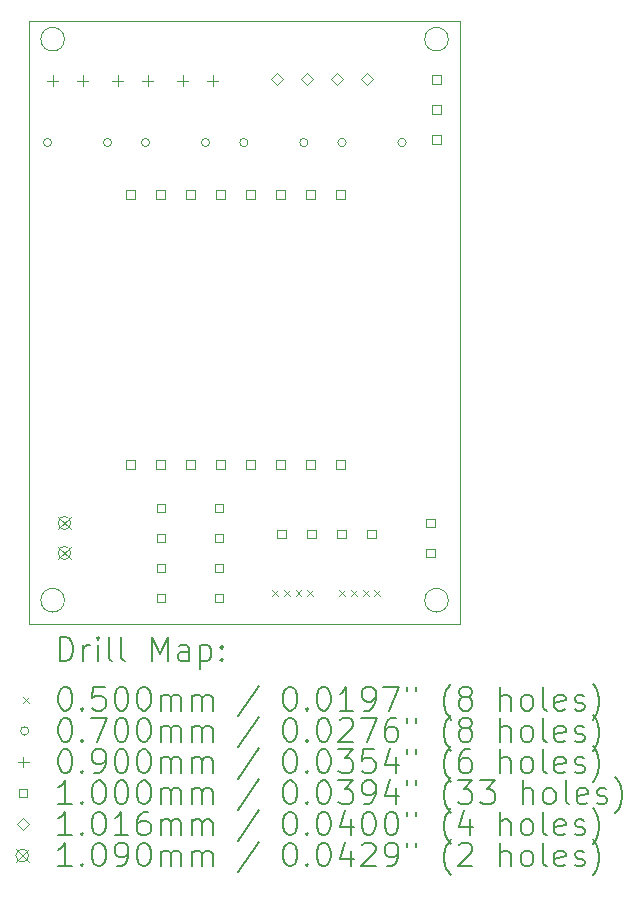
<source format=gbr>
%TF.GenerationSoftware,KiCad,Pcbnew,7.0.7*%
%TF.CreationDate,2024-09-10T18:13:52+02:00*%
%TF.ProjectId,meteo-home,6d657465-6f2d-4686-9f6d-652e6b696361,rev?*%
%TF.SameCoordinates,Original*%
%TF.FileFunction,Drillmap*%
%TF.FilePolarity,Positive*%
%FSLAX45Y45*%
G04 Gerber Fmt 4.5, Leading zero omitted, Abs format (unit mm)*
G04 Created by KiCad (PCBNEW 7.0.7) date 2024-09-10 18:13:52*
%MOMM*%
%LPD*%
G01*
G04 APERTURE LIST*
%ADD10C,0.050000*%
%ADD11C,0.200000*%
%ADD12C,0.070000*%
%ADD13C,0.090000*%
%ADD14C,0.100000*%
%ADD15C,0.101600*%
%ADD16C,0.109000*%
G04 APERTURE END LIST*
D10*
X10800000Y-5150000D02*
G75*
G03*
X10800000Y-5150000I-100000J0D01*
G01*
X10800000Y-9900000D02*
G75*
G03*
X10800000Y-9900000I-100000J0D01*
G01*
X14050000Y-9900000D02*
G75*
G03*
X14050000Y-9900000I-100000J0D01*
G01*
X14050000Y-5150000D02*
G75*
G03*
X14050000Y-5150000I-100000J0D01*
G01*
X10500000Y-5000000D02*
X14150000Y-5000000D01*
X14150000Y-10100000D01*
X10500000Y-10100000D01*
X10500000Y-5000000D01*
D11*
D10*
X12557000Y-9813250D02*
X12607000Y-9863250D01*
X12607000Y-9813250D02*
X12557000Y-9863250D01*
X12657000Y-9813250D02*
X12707000Y-9863250D01*
X12707000Y-9813250D02*
X12657000Y-9863250D01*
X12757000Y-9813250D02*
X12807000Y-9863250D01*
X12807000Y-9813250D02*
X12757000Y-9863250D01*
X12857000Y-9813250D02*
X12907000Y-9863250D01*
X12907000Y-9813250D02*
X12857000Y-9863250D01*
X13125000Y-9813250D02*
X13175000Y-9863250D01*
X13175000Y-9813250D02*
X13125000Y-9863250D01*
X13225000Y-9813250D02*
X13275000Y-9863250D01*
X13275000Y-9813250D02*
X13225000Y-9863250D01*
X13325000Y-9813250D02*
X13375000Y-9863250D01*
X13375000Y-9813250D02*
X13325000Y-9863250D01*
X13425000Y-9813250D02*
X13475000Y-9863250D01*
X13475000Y-9813250D02*
X13425000Y-9863250D01*
D12*
X10691000Y-6025000D02*
G75*
G03*
X10691000Y-6025000I-35000J0D01*
G01*
X11199000Y-6025000D02*
G75*
G03*
X11199000Y-6025000I-35000J0D01*
G01*
X11522333Y-6025000D02*
G75*
G03*
X11522333Y-6025000I-35000J0D01*
G01*
X12030333Y-6025000D02*
G75*
G03*
X12030333Y-6025000I-35000J0D01*
G01*
X12353667Y-6025000D02*
G75*
G03*
X12353667Y-6025000I-35000J0D01*
G01*
X12861667Y-6025000D02*
G75*
G03*
X12861667Y-6025000I-35000J0D01*
G01*
X13185000Y-6025000D02*
G75*
G03*
X13185000Y-6025000I-35000J0D01*
G01*
X13693000Y-6025000D02*
G75*
G03*
X13693000Y-6025000I-35000J0D01*
G01*
D13*
X10700000Y-5455000D02*
X10700000Y-5545000D01*
X10655000Y-5500000D02*
X10745000Y-5500000D01*
X10954000Y-5455000D02*
X10954000Y-5545000D01*
X10909000Y-5500000D02*
X10999000Y-5500000D01*
X11250000Y-5455000D02*
X11250000Y-5545000D01*
X11205000Y-5500000D02*
X11295000Y-5500000D01*
X11504000Y-5455000D02*
X11504000Y-5545000D01*
X11459000Y-5500000D02*
X11549000Y-5500000D01*
X11800000Y-5455000D02*
X11800000Y-5545000D01*
X11755000Y-5500000D02*
X11845000Y-5500000D01*
X12054000Y-5455000D02*
X12054000Y-5545000D01*
X12009000Y-5500000D02*
X12099000Y-5500000D01*
D14*
X11395356Y-6499356D02*
X11395356Y-6428644D01*
X11324644Y-6428644D01*
X11324644Y-6499356D01*
X11395356Y-6499356D01*
X11395356Y-8785356D02*
X11395356Y-8714644D01*
X11324644Y-8714644D01*
X11324644Y-8785356D01*
X11395356Y-8785356D01*
X11649356Y-6499356D02*
X11649356Y-6428644D01*
X11578644Y-6428644D01*
X11578644Y-6499356D01*
X11649356Y-6499356D01*
X11649356Y-8785356D02*
X11649356Y-8714644D01*
X11578644Y-8714644D01*
X11578644Y-8785356D01*
X11649356Y-8785356D01*
X11655356Y-9155356D02*
X11655356Y-9084644D01*
X11584644Y-9084644D01*
X11584644Y-9155356D01*
X11655356Y-9155356D01*
X11655356Y-9409356D02*
X11655356Y-9338644D01*
X11584644Y-9338644D01*
X11584644Y-9409356D01*
X11655356Y-9409356D01*
X11655356Y-9663356D02*
X11655356Y-9592644D01*
X11584644Y-9592644D01*
X11584644Y-9663356D01*
X11655356Y-9663356D01*
X11655356Y-9917356D02*
X11655356Y-9846644D01*
X11584644Y-9846644D01*
X11584644Y-9917356D01*
X11655356Y-9917356D01*
X11903356Y-6499356D02*
X11903356Y-6428644D01*
X11832644Y-6428644D01*
X11832644Y-6499356D01*
X11903356Y-6499356D01*
X11903356Y-8785356D02*
X11903356Y-8714644D01*
X11832644Y-8714644D01*
X11832644Y-8785356D01*
X11903356Y-8785356D01*
X12145356Y-9155356D02*
X12145356Y-9084644D01*
X12074644Y-9084644D01*
X12074644Y-9155356D01*
X12145356Y-9155356D01*
X12145356Y-9409356D02*
X12145356Y-9338644D01*
X12074644Y-9338644D01*
X12074644Y-9409356D01*
X12145356Y-9409356D01*
X12145356Y-9663356D02*
X12145356Y-9592644D01*
X12074644Y-9592644D01*
X12074644Y-9663356D01*
X12145356Y-9663356D01*
X12145356Y-9917356D02*
X12145356Y-9846644D01*
X12074644Y-9846644D01*
X12074644Y-9917356D01*
X12145356Y-9917356D01*
X12157356Y-6499356D02*
X12157356Y-6428644D01*
X12086644Y-6428644D01*
X12086644Y-6499356D01*
X12157356Y-6499356D01*
X12157356Y-8785356D02*
X12157356Y-8714644D01*
X12086644Y-8714644D01*
X12086644Y-8785356D01*
X12157356Y-8785356D01*
X12411356Y-6499356D02*
X12411356Y-6428644D01*
X12340644Y-6428644D01*
X12340644Y-6499356D01*
X12411356Y-6499356D01*
X12411356Y-8785356D02*
X12411356Y-8714644D01*
X12340644Y-8714644D01*
X12340644Y-8785356D01*
X12411356Y-8785356D01*
X12665356Y-6499356D02*
X12665356Y-6428644D01*
X12594644Y-6428644D01*
X12594644Y-6499356D01*
X12665356Y-6499356D01*
X12665356Y-8785356D02*
X12665356Y-8714644D01*
X12594644Y-8714644D01*
X12594644Y-8785356D01*
X12665356Y-8785356D01*
X12673356Y-9376106D02*
X12673356Y-9305394D01*
X12602644Y-9305394D01*
X12602644Y-9376106D01*
X12673356Y-9376106D01*
X12919356Y-6499356D02*
X12919356Y-6428644D01*
X12848644Y-6428644D01*
X12848644Y-6499356D01*
X12919356Y-6499356D01*
X12919356Y-8785356D02*
X12919356Y-8714644D01*
X12848644Y-8714644D01*
X12848644Y-8785356D01*
X12919356Y-8785356D01*
X12927356Y-9376106D02*
X12927356Y-9305394D01*
X12856644Y-9305394D01*
X12856644Y-9376106D01*
X12927356Y-9376106D01*
X13173356Y-6499356D02*
X13173356Y-6428644D01*
X13102644Y-6428644D01*
X13102644Y-6499356D01*
X13173356Y-6499356D01*
X13173356Y-8785356D02*
X13173356Y-8714644D01*
X13102644Y-8714644D01*
X13102644Y-8785356D01*
X13173356Y-8785356D01*
X13181356Y-9376106D02*
X13181356Y-9305394D01*
X13110644Y-9305394D01*
X13110644Y-9376106D01*
X13181356Y-9376106D01*
X13435356Y-9376106D02*
X13435356Y-9305394D01*
X13364644Y-9305394D01*
X13364644Y-9376106D01*
X13435356Y-9376106D01*
X13935356Y-9281356D02*
X13935356Y-9210644D01*
X13864644Y-9210644D01*
X13864644Y-9281356D01*
X13935356Y-9281356D01*
X13935356Y-9535356D02*
X13935356Y-9464644D01*
X13864644Y-9464644D01*
X13864644Y-9535356D01*
X13935356Y-9535356D01*
X13985356Y-5527356D02*
X13985356Y-5456644D01*
X13914644Y-5456644D01*
X13914644Y-5527356D01*
X13985356Y-5527356D01*
X13985356Y-5781356D02*
X13985356Y-5710644D01*
X13914644Y-5710644D01*
X13914644Y-5781356D01*
X13985356Y-5781356D01*
X13985356Y-6035356D02*
X13985356Y-5964644D01*
X13914644Y-5964644D01*
X13914644Y-6035356D01*
X13985356Y-6035356D01*
D15*
X12598400Y-5537200D02*
X12649200Y-5486400D01*
X12598400Y-5435600D01*
X12547600Y-5486400D01*
X12598400Y-5537200D01*
X12852400Y-5537200D02*
X12903200Y-5486400D01*
X12852400Y-5435600D01*
X12801600Y-5486400D01*
X12852400Y-5537200D01*
X13106400Y-5537200D02*
X13157200Y-5486400D01*
X13106400Y-5435600D01*
X13055600Y-5486400D01*
X13106400Y-5537200D01*
X13360400Y-5537200D02*
X13411200Y-5486400D01*
X13360400Y-5435600D01*
X13309600Y-5486400D01*
X13360400Y-5537200D01*
D16*
X10745500Y-9191500D02*
X10854500Y-9300500D01*
X10854500Y-9191500D02*
X10745500Y-9300500D01*
X10854500Y-9246000D02*
G75*
G03*
X10854500Y-9246000I-54500J0D01*
G01*
X10745500Y-9445500D02*
X10854500Y-9554500D01*
X10854500Y-9445500D02*
X10745500Y-9554500D01*
X10854500Y-9500000D02*
G75*
G03*
X10854500Y-9500000I-54500J0D01*
G01*
D11*
X10758277Y-10413984D02*
X10758277Y-10213984D01*
X10758277Y-10213984D02*
X10805896Y-10213984D01*
X10805896Y-10213984D02*
X10834467Y-10223508D01*
X10834467Y-10223508D02*
X10853515Y-10242555D01*
X10853515Y-10242555D02*
X10863039Y-10261603D01*
X10863039Y-10261603D02*
X10872563Y-10299698D01*
X10872563Y-10299698D02*
X10872563Y-10328270D01*
X10872563Y-10328270D02*
X10863039Y-10366365D01*
X10863039Y-10366365D02*
X10853515Y-10385412D01*
X10853515Y-10385412D02*
X10834467Y-10404460D01*
X10834467Y-10404460D02*
X10805896Y-10413984D01*
X10805896Y-10413984D02*
X10758277Y-10413984D01*
X10958277Y-10413984D02*
X10958277Y-10280650D01*
X10958277Y-10318746D02*
X10967801Y-10299698D01*
X10967801Y-10299698D02*
X10977324Y-10290174D01*
X10977324Y-10290174D02*
X10996372Y-10280650D01*
X10996372Y-10280650D02*
X11015420Y-10280650D01*
X11082086Y-10413984D02*
X11082086Y-10280650D01*
X11082086Y-10213984D02*
X11072563Y-10223508D01*
X11072563Y-10223508D02*
X11082086Y-10233031D01*
X11082086Y-10233031D02*
X11091610Y-10223508D01*
X11091610Y-10223508D02*
X11082086Y-10213984D01*
X11082086Y-10213984D02*
X11082086Y-10233031D01*
X11205896Y-10413984D02*
X11186848Y-10404460D01*
X11186848Y-10404460D02*
X11177324Y-10385412D01*
X11177324Y-10385412D02*
X11177324Y-10213984D01*
X11310658Y-10413984D02*
X11291610Y-10404460D01*
X11291610Y-10404460D02*
X11282086Y-10385412D01*
X11282086Y-10385412D02*
X11282086Y-10213984D01*
X11539229Y-10413984D02*
X11539229Y-10213984D01*
X11539229Y-10213984D02*
X11605896Y-10356841D01*
X11605896Y-10356841D02*
X11672562Y-10213984D01*
X11672562Y-10213984D02*
X11672562Y-10413984D01*
X11853515Y-10413984D02*
X11853515Y-10309222D01*
X11853515Y-10309222D02*
X11843991Y-10290174D01*
X11843991Y-10290174D02*
X11824943Y-10280650D01*
X11824943Y-10280650D02*
X11786848Y-10280650D01*
X11786848Y-10280650D02*
X11767801Y-10290174D01*
X11853515Y-10404460D02*
X11834467Y-10413984D01*
X11834467Y-10413984D02*
X11786848Y-10413984D01*
X11786848Y-10413984D02*
X11767801Y-10404460D01*
X11767801Y-10404460D02*
X11758277Y-10385412D01*
X11758277Y-10385412D02*
X11758277Y-10366365D01*
X11758277Y-10366365D02*
X11767801Y-10347317D01*
X11767801Y-10347317D02*
X11786848Y-10337793D01*
X11786848Y-10337793D02*
X11834467Y-10337793D01*
X11834467Y-10337793D02*
X11853515Y-10328270D01*
X11948753Y-10280650D02*
X11948753Y-10480650D01*
X11948753Y-10290174D02*
X11967801Y-10280650D01*
X11967801Y-10280650D02*
X12005896Y-10280650D01*
X12005896Y-10280650D02*
X12024943Y-10290174D01*
X12024943Y-10290174D02*
X12034467Y-10299698D01*
X12034467Y-10299698D02*
X12043991Y-10318746D01*
X12043991Y-10318746D02*
X12043991Y-10375889D01*
X12043991Y-10375889D02*
X12034467Y-10394936D01*
X12034467Y-10394936D02*
X12024943Y-10404460D01*
X12024943Y-10404460D02*
X12005896Y-10413984D01*
X12005896Y-10413984D02*
X11967801Y-10413984D01*
X11967801Y-10413984D02*
X11948753Y-10404460D01*
X12129705Y-10394936D02*
X12139229Y-10404460D01*
X12139229Y-10404460D02*
X12129705Y-10413984D01*
X12129705Y-10413984D02*
X12120182Y-10404460D01*
X12120182Y-10404460D02*
X12129705Y-10394936D01*
X12129705Y-10394936D02*
X12129705Y-10413984D01*
X12129705Y-10290174D02*
X12139229Y-10299698D01*
X12139229Y-10299698D02*
X12129705Y-10309222D01*
X12129705Y-10309222D02*
X12120182Y-10299698D01*
X12120182Y-10299698D02*
X12129705Y-10290174D01*
X12129705Y-10290174D02*
X12129705Y-10309222D01*
D10*
X10447500Y-10717500D02*
X10497500Y-10767500D01*
X10497500Y-10717500D02*
X10447500Y-10767500D01*
D11*
X10796372Y-10633984D02*
X10815420Y-10633984D01*
X10815420Y-10633984D02*
X10834467Y-10643508D01*
X10834467Y-10643508D02*
X10843991Y-10653031D01*
X10843991Y-10653031D02*
X10853515Y-10672079D01*
X10853515Y-10672079D02*
X10863039Y-10710174D01*
X10863039Y-10710174D02*
X10863039Y-10757793D01*
X10863039Y-10757793D02*
X10853515Y-10795889D01*
X10853515Y-10795889D02*
X10843991Y-10814936D01*
X10843991Y-10814936D02*
X10834467Y-10824460D01*
X10834467Y-10824460D02*
X10815420Y-10833984D01*
X10815420Y-10833984D02*
X10796372Y-10833984D01*
X10796372Y-10833984D02*
X10777324Y-10824460D01*
X10777324Y-10824460D02*
X10767801Y-10814936D01*
X10767801Y-10814936D02*
X10758277Y-10795889D01*
X10758277Y-10795889D02*
X10748753Y-10757793D01*
X10748753Y-10757793D02*
X10748753Y-10710174D01*
X10748753Y-10710174D02*
X10758277Y-10672079D01*
X10758277Y-10672079D02*
X10767801Y-10653031D01*
X10767801Y-10653031D02*
X10777324Y-10643508D01*
X10777324Y-10643508D02*
X10796372Y-10633984D01*
X10948753Y-10814936D02*
X10958277Y-10824460D01*
X10958277Y-10824460D02*
X10948753Y-10833984D01*
X10948753Y-10833984D02*
X10939229Y-10824460D01*
X10939229Y-10824460D02*
X10948753Y-10814936D01*
X10948753Y-10814936D02*
X10948753Y-10833984D01*
X11139229Y-10633984D02*
X11043991Y-10633984D01*
X11043991Y-10633984D02*
X11034467Y-10729222D01*
X11034467Y-10729222D02*
X11043991Y-10719698D01*
X11043991Y-10719698D02*
X11063039Y-10710174D01*
X11063039Y-10710174D02*
X11110658Y-10710174D01*
X11110658Y-10710174D02*
X11129705Y-10719698D01*
X11129705Y-10719698D02*
X11139229Y-10729222D01*
X11139229Y-10729222D02*
X11148753Y-10748270D01*
X11148753Y-10748270D02*
X11148753Y-10795889D01*
X11148753Y-10795889D02*
X11139229Y-10814936D01*
X11139229Y-10814936D02*
X11129705Y-10824460D01*
X11129705Y-10824460D02*
X11110658Y-10833984D01*
X11110658Y-10833984D02*
X11063039Y-10833984D01*
X11063039Y-10833984D02*
X11043991Y-10824460D01*
X11043991Y-10824460D02*
X11034467Y-10814936D01*
X11272562Y-10633984D02*
X11291610Y-10633984D01*
X11291610Y-10633984D02*
X11310658Y-10643508D01*
X11310658Y-10643508D02*
X11320182Y-10653031D01*
X11320182Y-10653031D02*
X11329705Y-10672079D01*
X11329705Y-10672079D02*
X11339229Y-10710174D01*
X11339229Y-10710174D02*
X11339229Y-10757793D01*
X11339229Y-10757793D02*
X11329705Y-10795889D01*
X11329705Y-10795889D02*
X11320182Y-10814936D01*
X11320182Y-10814936D02*
X11310658Y-10824460D01*
X11310658Y-10824460D02*
X11291610Y-10833984D01*
X11291610Y-10833984D02*
X11272562Y-10833984D01*
X11272562Y-10833984D02*
X11253515Y-10824460D01*
X11253515Y-10824460D02*
X11243991Y-10814936D01*
X11243991Y-10814936D02*
X11234467Y-10795889D01*
X11234467Y-10795889D02*
X11224943Y-10757793D01*
X11224943Y-10757793D02*
X11224943Y-10710174D01*
X11224943Y-10710174D02*
X11234467Y-10672079D01*
X11234467Y-10672079D02*
X11243991Y-10653031D01*
X11243991Y-10653031D02*
X11253515Y-10643508D01*
X11253515Y-10643508D02*
X11272562Y-10633984D01*
X11463039Y-10633984D02*
X11482086Y-10633984D01*
X11482086Y-10633984D02*
X11501134Y-10643508D01*
X11501134Y-10643508D02*
X11510658Y-10653031D01*
X11510658Y-10653031D02*
X11520182Y-10672079D01*
X11520182Y-10672079D02*
X11529705Y-10710174D01*
X11529705Y-10710174D02*
X11529705Y-10757793D01*
X11529705Y-10757793D02*
X11520182Y-10795889D01*
X11520182Y-10795889D02*
X11510658Y-10814936D01*
X11510658Y-10814936D02*
X11501134Y-10824460D01*
X11501134Y-10824460D02*
X11482086Y-10833984D01*
X11482086Y-10833984D02*
X11463039Y-10833984D01*
X11463039Y-10833984D02*
X11443991Y-10824460D01*
X11443991Y-10824460D02*
X11434467Y-10814936D01*
X11434467Y-10814936D02*
X11424943Y-10795889D01*
X11424943Y-10795889D02*
X11415420Y-10757793D01*
X11415420Y-10757793D02*
X11415420Y-10710174D01*
X11415420Y-10710174D02*
X11424943Y-10672079D01*
X11424943Y-10672079D02*
X11434467Y-10653031D01*
X11434467Y-10653031D02*
X11443991Y-10643508D01*
X11443991Y-10643508D02*
X11463039Y-10633984D01*
X11615420Y-10833984D02*
X11615420Y-10700650D01*
X11615420Y-10719698D02*
X11624943Y-10710174D01*
X11624943Y-10710174D02*
X11643991Y-10700650D01*
X11643991Y-10700650D02*
X11672563Y-10700650D01*
X11672563Y-10700650D02*
X11691610Y-10710174D01*
X11691610Y-10710174D02*
X11701134Y-10729222D01*
X11701134Y-10729222D02*
X11701134Y-10833984D01*
X11701134Y-10729222D02*
X11710658Y-10710174D01*
X11710658Y-10710174D02*
X11729705Y-10700650D01*
X11729705Y-10700650D02*
X11758277Y-10700650D01*
X11758277Y-10700650D02*
X11777324Y-10710174D01*
X11777324Y-10710174D02*
X11786848Y-10729222D01*
X11786848Y-10729222D02*
X11786848Y-10833984D01*
X11882086Y-10833984D02*
X11882086Y-10700650D01*
X11882086Y-10719698D02*
X11891610Y-10710174D01*
X11891610Y-10710174D02*
X11910658Y-10700650D01*
X11910658Y-10700650D02*
X11939229Y-10700650D01*
X11939229Y-10700650D02*
X11958277Y-10710174D01*
X11958277Y-10710174D02*
X11967801Y-10729222D01*
X11967801Y-10729222D02*
X11967801Y-10833984D01*
X11967801Y-10729222D02*
X11977324Y-10710174D01*
X11977324Y-10710174D02*
X11996372Y-10700650D01*
X11996372Y-10700650D02*
X12024943Y-10700650D01*
X12024943Y-10700650D02*
X12043991Y-10710174D01*
X12043991Y-10710174D02*
X12053515Y-10729222D01*
X12053515Y-10729222D02*
X12053515Y-10833984D01*
X12443991Y-10624460D02*
X12272563Y-10881603D01*
X12701134Y-10633984D02*
X12720182Y-10633984D01*
X12720182Y-10633984D02*
X12739229Y-10643508D01*
X12739229Y-10643508D02*
X12748753Y-10653031D01*
X12748753Y-10653031D02*
X12758277Y-10672079D01*
X12758277Y-10672079D02*
X12767801Y-10710174D01*
X12767801Y-10710174D02*
X12767801Y-10757793D01*
X12767801Y-10757793D02*
X12758277Y-10795889D01*
X12758277Y-10795889D02*
X12748753Y-10814936D01*
X12748753Y-10814936D02*
X12739229Y-10824460D01*
X12739229Y-10824460D02*
X12720182Y-10833984D01*
X12720182Y-10833984D02*
X12701134Y-10833984D01*
X12701134Y-10833984D02*
X12682086Y-10824460D01*
X12682086Y-10824460D02*
X12672563Y-10814936D01*
X12672563Y-10814936D02*
X12663039Y-10795889D01*
X12663039Y-10795889D02*
X12653515Y-10757793D01*
X12653515Y-10757793D02*
X12653515Y-10710174D01*
X12653515Y-10710174D02*
X12663039Y-10672079D01*
X12663039Y-10672079D02*
X12672563Y-10653031D01*
X12672563Y-10653031D02*
X12682086Y-10643508D01*
X12682086Y-10643508D02*
X12701134Y-10633984D01*
X12853515Y-10814936D02*
X12863039Y-10824460D01*
X12863039Y-10824460D02*
X12853515Y-10833984D01*
X12853515Y-10833984D02*
X12843991Y-10824460D01*
X12843991Y-10824460D02*
X12853515Y-10814936D01*
X12853515Y-10814936D02*
X12853515Y-10833984D01*
X12986848Y-10633984D02*
X13005896Y-10633984D01*
X13005896Y-10633984D02*
X13024944Y-10643508D01*
X13024944Y-10643508D02*
X13034467Y-10653031D01*
X13034467Y-10653031D02*
X13043991Y-10672079D01*
X13043991Y-10672079D02*
X13053515Y-10710174D01*
X13053515Y-10710174D02*
X13053515Y-10757793D01*
X13053515Y-10757793D02*
X13043991Y-10795889D01*
X13043991Y-10795889D02*
X13034467Y-10814936D01*
X13034467Y-10814936D02*
X13024944Y-10824460D01*
X13024944Y-10824460D02*
X13005896Y-10833984D01*
X13005896Y-10833984D02*
X12986848Y-10833984D01*
X12986848Y-10833984D02*
X12967801Y-10824460D01*
X12967801Y-10824460D02*
X12958277Y-10814936D01*
X12958277Y-10814936D02*
X12948753Y-10795889D01*
X12948753Y-10795889D02*
X12939229Y-10757793D01*
X12939229Y-10757793D02*
X12939229Y-10710174D01*
X12939229Y-10710174D02*
X12948753Y-10672079D01*
X12948753Y-10672079D02*
X12958277Y-10653031D01*
X12958277Y-10653031D02*
X12967801Y-10643508D01*
X12967801Y-10643508D02*
X12986848Y-10633984D01*
X13243991Y-10833984D02*
X13129706Y-10833984D01*
X13186848Y-10833984D02*
X13186848Y-10633984D01*
X13186848Y-10633984D02*
X13167801Y-10662555D01*
X13167801Y-10662555D02*
X13148753Y-10681603D01*
X13148753Y-10681603D02*
X13129706Y-10691127D01*
X13339229Y-10833984D02*
X13377325Y-10833984D01*
X13377325Y-10833984D02*
X13396372Y-10824460D01*
X13396372Y-10824460D02*
X13405896Y-10814936D01*
X13405896Y-10814936D02*
X13424944Y-10786365D01*
X13424944Y-10786365D02*
X13434467Y-10748270D01*
X13434467Y-10748270D02*
X13434467Y-10672079D01*
X13434467Y-10672079D02*
X13424944Y-10653031D01*
X13424944Y-10653031D02*
X13415420Y-10643508D01*
X13415420Y-10643508D02*
X13396372Y-10633984D01*
X13396372Y-10633984D02*
X13358277Y-10633984D01*
X13358277Y-10633984D02*
X13339229Y-10643508D01*
X13339229Y-10643508D02*
X13329706Y-10653031D01*
X13329706Y-10653031D02*
X13320182Y-10672079D01*
X13320182Y-10672079D02*
X13320182Y-10719698D01*
X13320182Y-10719698D02*
X13329706Y-10738746D01*
X13329706Y-10738746D02*
X13339229Y-10748270D01*
X13339229Y-10748270D02*
X13358277Y-10757793D01*
X13358277Y-10757793D02*
X13396372Y-10757793D01*
X13396372Y-10757793D02*
X13415420Y-10748270D01*
X13415420Y-10748270D02*
X13424944Y-10738746D01*
X13424944Y-10738746D02*
X13434467Y-10719698D01*
X13501134Y-10633984D02*
X13634467Y-10633984D01*
X13634467Y-10633984D02*
X13548753Y-10833984D01*
X13701134Y-10633984D02*
X13701134Y-10672079D01*
X13777325Y-10633984D02*
X13777325Y-10672079D01*
X14072563Y-10910174D02*
X14063039Y-10900650D01*
X14063039Y-10900650D02*
X14043991Y-10872079D01*
X14043991Y-10872079D02*
X14034468Y-10853031D01*
X14034468Y-10853031D02*
X14024944Y-10824460D01*
X14024944Y-10824460D02*
X14015420Y-10776841D01*
X14015420Y-10776841D02*
X14015420Y-10738746D01*
X14015420Y-10738746D02*
X14024944Y-10691127D01*
X14024944Y-10691127D02*
X14034468Y-10662555D01*
X14034468Y-10662555D02*
X14043991Y-10643508D01*
X14043991Y-10643508D02*
X14063039Y-10614936D01*
X14063039Y-10614936D02*
X14072563Y-10605412D01*
X14177325Y-10719698D02*
X14158277Y-10710174D01*
X14158277Y-10710174D02*
X14148753Y-10700650D01*
X14148753Y-10700650D02*
X14139229Y-10681603D01*
X14139229Y-10681603D02*
X14139229Y-10672079D01*
X14139229Y-10672079D02*
X14148753Y-10653031D01*
X14148753Y-10653031D02*
X14158277Y-10643508D01*
X14158277Y-10643508D02*
X14177325Y-10633984D01*
X14177325Y-10633984D02*
X14215420Y-10633984D01*
X14215420Y-10633984D02*
X14234468Y-10643508D01*
X14234468Y-10643508D02*
X14243991Y-10653031D01*
X14243991Y-10653031D02*
X14253515Y-10672079D01*
X14253515Y-10672079D02*
X14253515Y-10681603D01*
X14253515Y-10681603D02*
X14243991Y-10700650D01*
X14243991Y-10700650D02*
X14234468Y-10710174D01*
X14234468Y-10710174D02*
X14215420Y-10719698D01*
X14215420Y-10719698D02*
X14177325Y-10719698D01*
X14177325Y-10719698D02*
X14158277Y-10729222D01*
X14158277Y-10729222D02*
X14148753Y-10738746D01*
X14148753Y-10738746D02*
X14139229Y-10757793D01*
X14139229Y-10757793D02*
X14139229Y-10795889D01*
X14139229Y-10795889D02*
X14148753Y-10814936D01*
X14148753Y-10814936D02*
X14158277Y-10824460D01*
X14158277Y-10824460D02*
X14177325Y-10833984D01*
X14177325Y-10833984D02*
X14215420Y-10833984D01*
X14215420Y-10833984D02*
X14234468Y-10824460D01*
X14234468Y-10824460D02*
X14243991Y-10814936D01*
X14243991Y-10814936D02*
X14253515Y-10795889D01*
X14253515Y-10795889D02*
X14253515Y-10757793D01*
X14253515Y-10757793D02*
X14243991Y-10738746D01*
X14243991Y-10738746D02*
X14234468Y-10729222D01*
X14234468Y-10729222D02*
X14215420Y-10719698D01*
X14491610Y-10833984D02*
X14491610Y-10633984D01*
X14577325Y-10833984D02*
X14577325Y-10729222D01*
X14577325Y-10729222D02*
X14567801Y-10710174D01*
X14567801Y-10710174D02*
X14548753Y-10700650D01*
X14548753Y-10700650D02*
X14520182Y-10700650D01*
X14520182Y-10700650D02*
X14501134Y-10710174D01*
X14501134Y-10710174D02*
X14491610Y-10719698D01*
X14701134Y-10833984D02*
X14682087Y-10824460D01*
X14682087Y-10824460D02*
X14672563Y-10814936D01*
X14672563Y-10814936D02*
X14663039Y-10795889D01*
X14663039Y-10795889D02*
X14663039Y-10738746D01*
X14663039Y-10738746D02*
X14672563Y-10719698D01*
X14672563Y-10719698D02*
X14682087Y-10710174D01*
X14682087Y-10710174D02*
X14701134Y-10700650D01*
X14701134Y-10700650D02*
X14729706Y-10700650D01*
X14729706Y-10700650D02*
X14748753Y-10710174D01*
X14748753Y-10710174D02*
X14758277Y-10719698D01*
X14758277Y-10719698D02*
X14767801Y-10738746D01*
X14767801Y-10738746D02*
X14767801Y-10795889D01*
X14767801Y-10795889D02*
X14758277Y-10814936D01*
X14758277Y-10814936D02*
X14748753Y-10824460D01*
X14748753Y-10824460D02*
X14729706Y-10833984D01*
X14729706Y-10833984D02*
X14701134Y-10833984D01*
X14882087Y-10833984D02*
X14863039Y-10824460D01*
X14863039Y-10824460D02*
X14853515Y-10805412D01*
X14853515Y-10805412D02*
X14853515Y-10633984D01*
X15034468Y-10824460D02*
X15015420Y-10833984D01*
X15015420Y-10833984D02*
X14977325Y-10833984D01*
X14977325Y-10833984D02*
X14958277Y-10824460D01*
X14958277Y-10824460D02*
X14948753Y-10805412D01*
X14948753Y-10805412D02*
X14948753Y-10729222D01*
X14948753Y-10729222D02*
X14958277Y-10710174D01*
X14958277Y-10710174D02*
X14977325Y-10700650D01*
X14977325Y-10700650D02*
X15015420Y-10700650D01*
X15015420Y-10700650D02*
X15034468Y-10710174D01*
X15034468Y-10710174D02*
X15043991Y-10729222D01*
X15043991Y-10729222D02*
X15043991Y-10748270D01*
X15043991Y-10748270D02*
X14948753Y-10767317D01*
X15120182Y-10824460D02*
X15139230Y-10833984D01*
X15139230Y-10833984D02*
X15177325Y-10833984D01*
X15177325Y-10833984D02*
X15196372Y-10824460D01*
X15196372Y-10824460D02*
X15205896Y-10805412D01*
X15205896Y-10805412D02*
X15205896Y-10795889D01*
X15205896Y-10795889D02*
X15196372Y-10776841D01*
X15196372Y-10776841D02*
X15177325Y-10767317D01*
X15177325Y-10767317D02*
X15148753Y-10767317D01*
X15148753Y-10767317D02*
X15129706Y-10757793D01*
X15129706Y-10757793D02*
X15120182Y-10738746D01*
X15120182Y-10738746D02*
X15120182Y-10729222D01*
X15120182Y-10729222D02*
X15129706Y-10710174D01*
X15129706Y-10710174D02*
X15148753Y-10700650D01*
X15148753Y-10700650D02*
X15177325Y-10700650D01*
X15177325Y-10700650D02*
X15196372Y-10710174D01*
X15272563Y-10910174D02*
X15282087Y-10900650D01*
X15282087Y-10900650D02*
X15301134Y-10872079D01*
X15301134Y-10872079D02*
X15310658Y-10853031D01*
X15310658Y-10853031D02*
X15320182Y-10824460D01*
X15320182Y-10824460D02*
X15329706Y-10776841D01*
X15329706Y-10776841D02*
X15329706Y-10738746D01*
X15329706Y-10738746D02*
X15320182Y-10691127D01*
X15320182Y-10691127D02*
X15310658Y-10662555D01*
X15310658Y-10662555D02*
X15301134Y-10643508D01*
X15301134Y-10643508D02*
X15282087Y-10614936D01*
X15282087Y-10614936D02*
X15272563Y-10605412D01*
D12*
X10497500Y-11006500D02*
G75*
G03*
X10497500Y-11006500I-35000J0D01*
G01*
D11*
X10796372Y-10897984D02*
X10815420Y-10897984D01*
X10815420Y-10897984D02*
X10834467Y-10907508D01*
X10834467Y-10907508D02*
X10843991Y-10917031D01*
X10843991Y-10917031D02*
X10853515Y-10936079D01*
X10853515Y-10936079D02*
X10863039Y-10974174D01*
X10863039Y-10974174D02*
X10863039Y-11021793D01*
X10863039Y-11021793D02*
X10853515Y-11059889D01*
X10853515Y-11059889D02*
X10843991Y-11078936D01*
X10843991Y-11078936D02*
X10834467Y-11088460D01*
X10834467Y-11088460D02*
X10815420Y-11097984D01*
X10815420Y-11097984D02*
X10796372Y-11097984D01*
X10796372Y-11097984D02*
X10777324Y-11088460D01*
X10777324Y-11088460D02*
X10767801Y-11078936D01*
X10767801Y-11078936D02*
X10758277Y-11059889D01*
X10758277Y-11059889D02*
X10748753Y-11021793D01*
X10748753Y-11021793D02*
X10748753Y-10974174D01*
X10748753Y-10974174D02*
X10758277Y-10936079D01*
X10758277Y-10936079D02*
X10767801Y-10917031D01*
X10767801Y-10917031D02*
X10777324Y-10907508D01*
X10777324Y-10907508D02*
X10796372Y-10897984D01*
X10948753Y-11078936D02*
X10958277Y-11088460D01*
X10958277Y-11088460D02*
X10948753Y-11097984D01*
X10948753Y-11097984D02*
X10939229Y-11088460D01*
X10939229Y-11088460D02*
X10948753Y-11078936D01*
X10948753Y-11078936D02*
X10948753Y-11097984D01*
X11024944Y-10897984D02*
X11158277Y-10897984D01*
X11158277Y-10897984D02*
X11072563Y-11097984D01*
X11272562Y-10897984D02*
X11291610Y-10897984D01*
X11291610Y-10897984D02*
X11310658Y-10907508D01*
X11310658Y-10907508D02*
X11320182Y-10917031D01*
X11320182Y-10917031D02*
X11329705Y-10936079D01*
X11329705Y-10936079D02*
X11339229Y-10974174D01*
X11339229Y-10974174D02*
X11339229Y-11021793D01*
X11339229Y-11021793D02*
X11329705Y-11059889D01*
X11329705Y-11059889D02*
X11320182Y-11078936D01*
X11320182Y-11078936D02*
X11310658Y-11088460D01*
X11310658Y-11088460D02*
X11291610Y-11097984D01*
X11291610Y-11097984D02*
X11272562Y-11097984D01*
X11272562Y-11097984D02*
X11253515Y-11088460D01*
X11253515Y-11088460D02*
X11243991Y-11078936D01*
X11243991Y-11078936D02*
X11234467Y-11059889D01*
X11234467Y-11059889D02*
X11224943Y-11021793D01*
X11224943Y-11021793D02*
X11224943Y-10974174D01*
X11224943Y-10974174D02*
X11234467Y-10936079D01*
X11234467Y-10936079D02*
X11243991Y-10917031D01*
X11243991Y-10917031D02*
X11253515Y-10907508D01*
X11253515Y-10907508D02*
X11272562Y-10897984D01*
X11463039Y-10897984D02*
X11482086Y-10897984D01*
X11482086Y-10897984D02*
X11501134Y-10907508D01*
X11501134Y-10907508D02*
X11510658Y-10917031D01*
X11510658Y-10917031D02*
X11520182Y-10936079D01*
X11520182Y-10936079D02*
X11529705Y-10974174D01*
X11529705Y-10974174D02*
X11529705Y-11021793D01*
X11529705Y-11021793D02*
X11520182Y-11059889D01*
X11520182Y-11059889D02*
X11510658Y-11078936D01*
X11510658Y-11078936D02*
X11501134Y-11088460D01*
X11501134Y-11088460D02*
X11482086Y-11097984D01*
X11482086Y-11097984D02*
X11463039Y-11097984D01*
X11463039Y-11097984D02*
X11443991Y-11088460D01*
X11443991Y-11088460D02*
X11434467Y-11078936D01*
X11434467Y-11078936D02*
X11424943Y-11059889D01*
X11424943Y-11059889D02*
X11415420Y-11021793D01*
X11415420Y-11021793D02*
X11415420Y-10974174D01*
X11415420Y-10974174D02*
X11424943Y-10936079D01*
X11424943Y-10936079D02*
X11434467Y-10917031D01*
X11434467Y-10917031D02*
X11443991Y-10907508D01*
X11443991Y-10907508D02*
X11463039Y-10897984D01*
X11615420Y-11097984D02*
X11615420Y-10964650D01*
X11615420Y-10983698D02*
X11624943Y-10974174D01*
X11624943Y-10974174D02*
X11643991Y-10964650D01*
X11643991Y-10964650D02*
X11672563Y-10964650D01*
X11672563Y-10964650D02*
X11691610Y-10974174D01*
X11691610Y-10974174D02*
X11701134Y-10993222D01*
X11701134Y-10993222D02*
X11701134Y-11097984D01*
X11701134Y-10993222D02*
X11710658Y-10974174D01*
X11710658Y-10974174D02*
X11729705Y-10964650D01*
X11729705Y-10964650D02*
X11758277Y-10964650D01*
X11758277Y-10964650D02*
X11777324Y-10974174D01*
X11777324Y-10974174D02*
X11786848Y-10993222D01*
X11786848Y-10993222D02*
X11786848Y-11097984D01*
X11882086Y-11097984D02*
X11882086Y-10964650D01*
X11882086Y-10983698D02*
X11891610Y-10974174D01*
X11891610Y-10974174D02*
X11910658Y-10964650D01*
X11910658Y-10964650D02*
X11939229Y-10964650D01*
X11939229Y-10964650D02*
X11958277Y-10974174D01*
X11958277Y-10974174D02*
X11967801Y-10993222D01*
X11967801Y-10993222D02*
X11967801Y-11097984D01*
X11967801Y-10993222D02*
X11977324Y-10974174D01*
X11977324Y-10974174D02*
X11996372Y-10964650D01*
X11996372Y-10964650D02*
X12024943Y-10964650D01*
X12024943Y-10964650D02*
X12043991Y-10974174D01*
X12043991Y-10974174D02*
X12053515Y-10993222D01*
X12053515Y-10993222D02*
X12053515Y-11097984D01*
X12443991Y-10888460D02*
X12272563Y-11145603D01*
X12701134Y-10897984D02*
X12720182Y-10897984D01*
X12720182Y-10897984D02*
X12739229Y-10907508D01*
X12739229Y-10907508D02*
X12748753Y-10917031D01*
X12748753Y-10917031D02*
X12758277Y-10936079D01*
X12758277Y-10936079D02*
X12767801Y-10974174D01*
X12767801Y-10974174D02*
X12767801Y-11021793D01*
X12767801Y-11021793D02*
X12758277Y-11059889D01*
X12758277Y-11059889D02*
X12748753Y-11078936D01*
X12748753Y-11078936D02*
X12739229Y-11088460D01*
X12739229Y-11088460D02*
X12720182Y-11097984D01*
X12720182Y-11097984D02*
X12701134Y-11097984D01*
X12701134Y-11097984D02*
X12682086Y-11088460D01*
X12682086Y-11088460D02*
X12672563Y-11078936D01*
X12672563Y-11078936D02*
X12663039Y-11059889D01*
X12663039Y-11059889D02*
X12653515Y-11021793D01*
X12653515Y-11021793D02*
X12653515Y-10974174D01*
X12653515Y-10974174D02*
X12663039Y-10936079D01*
X12663039Y-10936079D02*
X12672563Y-10917031D01*
X12672563Y-10917031D02*
X12682086Y-10907508D01*
X12682086Y-10907508D02*
X12701134Y-10897984D01*
X12853515Y-11078936D02*
X12863039Y-11088460D01*
X12863039Y-11088460D02*
X12853515Y-11097984D01*
X12853515Y-11097984D02*
X12843991Y-11088460D01*
X12843991Y-11088460D02*
X12853515Y-11078936D01*
X12853515Y-11078936D02*
X12853515Y-11097984D01*
X12986848Y-10897984D02*
X13005896Y-10897984D01*
X13005896Y-10897984D02*
X13024944Y-10907508D01*
X13024944Y-10907508D02*
X13034467Y-10917031D01*
X13034467Y-10917031D02*
X13043991Y-10936079D01*
X13043991Y-10936079D02*
X13053515Y-10974174D01*
X13053515Y-10974174D02*
X13053515Y-11021793D01*
X13053515Y-11021793D02*
X13043991Y-11059889D01*
X13043991Y-11059889D02*
X13034467Y-11078936D01*
X13034467Y-11078936D02*
X13024944Y-11088460D01*
X13024944Y-11088460D02*
X13005896Y-11097984D01*
X13005896Y-11097984D02*
X12986848Y-11097984D01*
X12986848Y-11097984D02*
X12967801Y-11088460D01*
X12967801Y-11088460D02*
X12958277Y-11078936D01*
X12958277Y-11078936D02*
X12948753Y-11059889D01*
X12948753Y-11059889D02*
X12939229Y-11021793D01*
X12939229Y-11021793D02*
X12939229Y-10974174D01*
X12939229Y-10974174D02*
X12948753Y-10936079D01*
X12948753Y-10936079D02*
X12958277Y-10917031D01*
X12958277Y-10917031D02*
X12967801Y-10907508D01*
X12967801Y-10907508D02*
X12986848Y-10897984D01*
X13129706Y-10917031D02*
X13139229Y-10907508D01*
X13139229Y-10907508D02*
X13158277Y-10897984D01*
X13158277Y-10897984D02*
X13205896Y-10897984D01*
X13205896Y-10897984D02*
X13224944Y-10907508D01*
X13224944Y-10907508D02*
X13234467Y-10917031D01*
X13234467Y-10917031D02*
X13243991Y-10936079D01*
X13243991Y-10936079D02*
X13243991Y-10955127D01*
X13243991Y-10955127D02*
X13234467Y-10983698D01*
X13234467Y-10983698D02*
X13120182Y-11097984D01*
X13120182Y-11097984D02*
X13243991Y-11097984D01*
X13310658Y-10897984D02*
X13443991Y-10897984D01*
X13443991Y-10897984D02*
X13358277Y-11097984D01*
X13605896Y-10897984D02*
X13567801Y-10897984D01*
X13567801Y-10897984D02*
X13548753Y-10907508D01*
X13548753Y-10907508D02*
X13539229Y-10917031D01*
X13539229Y-10917031D02*
X13520182Y-10945603D01*
X13520182Y-10945603D02*
X13510658Y-10983698D01*
X13510658Y-10983698D02*
X13510658Y-11059889D01*
X13510658Y-11059889D02*
X13520182Y-11078936D01*
X13520182Y-11078936D02*
X13529706Y-11088460D01*
X13529706Y-11088460D02*
X13548753Y-11097984D01*
X13548753Y-11097984D02*
X13586848Y-11097984D01*
X13586848Y-11097984D02*
X13605896Y-11088460D01*
X13605896Y-11088460D02*
X13615420Y-11078936D01*
X13615420Y-11078936D02*
X13624944Y-11059889D01*
X13624944Y-11059889D02*
X13624944Y-11012270D01*
X13624944Y-11012270D02*
X13615420Y-10993222D01*
X13615420Y-10993222D02*
X13605896Y-10983698D01*
X13605896Y-10983698D02*
X13586848Y-10974174D01*
X13586848Y-10974174D02*
X13548753Y-10974174D01*
X13548753Y-10974174D02*
X13529706Y-10983698D01*
X13529706Y-10983698D02*
X13520182Y-10993222D01*
X13520182Y-10993222D02*
X13510658Y-11012270D01*
X13701134Y-10897984D02*
X13701134Y-10936079D01*
X13777325Y-10897984D02*
X13777325Y-10936079D01*
X14072563Y-11174174D02*
X14063039Y-11164650D01*
X14063039Y-11164650D02*
X14043991Y-11136079D01*
X14043991Y-11136079D02*
X14034468Y-11117031D01*
X14034468Y-11117031D02*
X14024944Y-11088460D01*
X14024944Y-11088460D02*
X14015420Y-11040841D01*
X14015420Y-11040841D02*
X14015420Y-11002746D01*
X14015420Y-11002746D02*
X14024944Y-10955127D01*
X14024944Y-10955127D02*
X14034468Y-10926555D01*
X14034468Y-10926555D02*
X14043991Y-10907508D01*
X14043991Y-10907508D02*
X14063039Y-10878936D01*
X14063039Y-10878936D02*
X14072563Y-10869412D01*
X14177325Y-10983698D02*
X14158277Y-10974174D01*
X14158277Y-10974174D02*
X14148753Y-10964650D01*
X14148753Y-10964650D02*
X14139229Y-10945603D01*
X14139229Y-10945603D02*
X14139229Y-10936079D01*
X14139229Y-10936079D02*
X14148753Y-10917031D01*
X14148753Y-10917031D02*
X14158277Y-10907508D01*
X14158277Y-10907508D02*
X14177325Y-10897984D01*
X14177325Y-10897984D02*
X14215420Y-10897984D01*
X14215420Y-10897984D02*
X14234468Y-10907508D01*
X14234468Y-10907508D02*
X14243991Y-10917031D01*
X14243991Y-10917031D02*
X14253515Y-10936079D01*
X14253515Y-10936079D02*
X14253515Y-10945603D01*
X14253515Y-10945603D02*
X14243991Y-10964650D01*
X14243991Y-10964650D02*
X14234468Y-10974174D01*
X14234468Y-10974174D02*
X14215420Y-10983698D01*
X14215420Y-10983698D02*
X14177325Y-10983698D01*
X14177325Y-10983698D02*
X14158277Y-10993222D01*
X14158277Y-10993222D02*
X14148753Y-11002746D01*
X14148753Y-11002746D02*
X14139229Y-11021793D01*
X14139229Y-11021793D02*
X14139229Y-11059889D01*
X14139229Y-11059889D02*
X14148753Y-11078936D01*
X14148753Y-11078936D02*
X14158277Y-11088460D01*
X14158277Y-11088460D02*
X14177325Y-11097984D01*
X14177325Y-11097984D02*
X14215420Y-11097984D01*
X14215420Y-11097984D02*
X14234468Y-11088460D01*
X14234468Y-11088460D02*
X14243991Y-11078936D01*
X14243991Y-11078936D02*
X14253515Y-11059889D01*
X14253515Y-11059889D02*
X14253515Y-11021793D01*
X14253515Y-11021793D02*
X14243991Y-11002746D01*
X14243991Y-11002746D02*
X14234468Y-10993222D01*
X14234468Y-10993222D02*
X14215420Y-10983698D01*
X14491610Y-11097984D02*
X14491610Y-10897984D01*
X14577325Y-11097984D02*
X14577325Y-10993222D01*
X14577325Y-10993222D02*
X14567801Y-10974174D01*
X14567801Y-10974174D02*
X14548753Y-10964650D01*
X14548753Y-10964650D02*
X14520182Y-10964650D01*
X14520182Y-10964650D02*
X14501134Y-10974174D01*
X14501134Y-10974174D02*
X14491610Y-10983698D01*
X14701134Y-11097984D02*
X14682087Y-11088460D01*
X14682087Y-11088460D02*
X14672563Y-11078936D01*
X14672563Y-11078936D02*
X14663039Y-11059889D01*
X14663039Y-11059889D02*
X14663039Y-11002746D01*
X14663039Y-11002746D02*
X14672563Y-10983698D01*
X14672563Y-10983698D02*
X14682087Y-10974174D01*
X14682087Y-10974174D02*
X14701134Y-10964650D01*
X14701134Y-10964650D02*
X14729706Y-10964650D01*
X14729706Y-10964650D02*
X14748753Y-10974174D01*
X14748753Y-10974174D02*
X14758277Y-10983698D01*
X14758277Y-10983698D02*
X14767801Y-11002746D01*
X14767801Y-11002746D02*
X14767801Y-11059889D01*
X14767801Y-11059889D02*
X14758277Y-11078936D01*
X14758277Y-11078936D02*
X14748753Y-11088460D01*
X14748753Y-11088460D02*
X14729706Y-11097984D01*
X14729706Y-11097984D02*
X14701134Y-11097984D01*
X14882087Y-11097984D02*
X14863039Y-11088460D01*
X14863039Y-11088460D02*
X14853515Y-11069412D01*
X14853515Y-11069412D02*
X14853515Y-10897984D01*
X15034468Y-11088460D02*
X15015420Y-11097984D01*
X15015420Y-11097984D02*
X14977325Y-11097984D01*
X14977325Y-11097984D02*
X14958277Y-11088460D01*
X14958277Y-11088460D02*
X14948753Y-11069412D01*
X14948753Y-11069412D02*
X14948753Y-10993222D01*
X14948753Y-10993222D02*
X14958277Y-10974174D01*
X14958277Y-10974174D02*
X14977325Y-10964650D01*
X14977325Y-10964650D02*
X15015420Y-10964650D01*
X15015420Y-10964650D02*
X15034468Y-10974174D01*
X15034468Y-10974174D02*
X15043991Y-10993222D01*
X15043991Y-10993222D02*
X15043991Y-11012270D01*
X15043991Y-11012270D02*
X14948753Y-11031317D01*
X15120182Y-11088460D02*
X15139230Y-11097984D01*
X15139230Y-11097984D02*
X15177325Y-11097984D01*
X15177325Y-11097984D02*
X15196372Y-11088460D01*
X15196372Y-11088460D02*
X15205896Y-11069412D01*
X15205896Y-11069412D02*
X15205896Y-11059889D01*
X15205896Y-11059889D02*
X15196372Y-11040841D01*
X15196372Y-11040841D02*
X15177325Y-11031317D01*
X15177325Y-11031317D02*
X15148753Y-11031317D01*
X15148753Y-11031317D02*
X15129706Y-11021793D01*
X15129706Y-11021793D02*
X15120182Y-11002746D01*
X15120182Y-11002746D02*
X15120182Y-10993222D01*
X15120182Y-10993222D02*
X15129706Y-10974174D01*
X15129706Y-10974174D02*
X15148753Y-10964650D01*
X15148753Y-10964650D02*
X15177325Y-10964650D01*
X15177325Y-10964650D02*
X15196372Y-10974174D01*
X15272563Y-11174174D02*
X15282087Y-11164650D01*
X15282087Y-11164650D02*
X15301134Y-11136079D01*
X15301134Y-11136079D02*
X15310658Y-11117031D01*
X15310658Y-11117031D02*
X15320182Y-11088460D01*
X15320182Y-11088460D02*
X15329706Y-11040841D01*
X15329706Y-11040841D02*
X15329706Y-11002746D01*
X15329706Y-11002746D02*
X15320182Y-10955127D01*
X15320182Y-10955127D02*
X15310658Y-10926555D01*
X15310658Y-10926555D02*
X15301134Y-10907508D01*
X15301134Y-10907508D02*
X15282087Y-10878936D01*
X15282087Y-10878936D02*
X15272563Y-10869412D01*
D13*
X10452500Y-11225500D02*
X10452500Y-11315500D01*
X10407500Y-11270500D02*
X10497500Y-11270500D01*
D11*
X10796372Y-11161984D02*
X10815420Y-11161984D01*
X10815420Y-11161984D02*
X10834467Y-11171508D01*
X10834467Y-11171508D02*
X10843991Y-11181031D01*
X10843991Y-11181031D02*
X10853515Y-11200079D01*
X10853515Y-11200079D02*
X10863039Y-11238174D01*
X10863039Y-11238174D02*
X10863039Y-11285793D01*
X10863039Y-11285793D02*
X10853515Y-11323888D01*
X10853515Y-11323888D02*
X10843991Y-11342936D01*
X10843991Y-11342936D02*
X10834467Y-11352460D01*
X10834467Y-11352460D02*
X10815420Y-11361984D01*
X10815420Y-11361984D02*
X10796372Y-11361984D01*
X10796372Y-11361984D02*
X10777324Y-11352460D01*
X10777324Y-11352460D02*
X10767801Y-11342936D01*
X10767801Y-11342936D02*
X10758277Y-11323888D01*
X10758277Y-11323888D02*
X10748753Y-11285793D01*
X10748753Y-11285793D02*
X10748753Y-11238174D01*
X10748753Y-11238174D02*
X10758277Y-11200079D01*
X10758277Y-11200079D02*
X10767801Y-11181031D01*
X10767801Y-11181031D02*
X10777324Y-11171508D01*
X10777324Y-11171508D02*
X10796372Y-11161984D01*
X10948753Y-11342936D02*
X10958277Y-11352460D01*
X10958277Y-11352460D02*
X10948753Y-11361984D01*
X10948753Y-11361984D02*
X10939229Y-11352460D01*
X10939229Y-11352460D02*
X10948753Y-11342936D01*
X10948753Y-11342936D02*
X10948753Y-11361984D01*
X11053515Y-11361984D02*
X11091610Y-11361984D01*
X11091610Y-11361984D02*
X11110658Y-11352460D01*
X11110658Y-11352460D02*
X11120182Y-11342936D01*
X11120182Y-11342936D02*
X11139229Y-11314365D01*
X11139229Y-11314365D02*
X11148753Y-11276269D01*
X11148753Y-11276269D02*
X11148753Y-11200079D01*
X11148753Y-11200079D02*
X11139229Y-11181031D01*
X11139229Y-11181031D02*
X11129705Y-11171508D01*
X11129705Y-11171508D02*
X11110658Y-11161984D01*
X11110658Y-11161984D02*
X11072563Y-11161984D01*
X11072563Y-11161984D02*
X11053515Y-11171508D01*
X11053515Y-11171508D02*
X11043991Y-11181031D01*
X11043991Y-11181031D02*
X11034467Y-11200079D01*
X11034467Y-11200079D02*
X11034467Y-11247698D01*
X11034467Y-11247698D02*
X11043991Y-11266746D01*
X11043991Y-11266746D02*
X11053515Y-11276269D01*
X11053515Y-11276269D02*
X11072563Y-11285793D01*
X11072563Y-11285793D02*
X11110658Y-11285793D01*
X11110658Y-11285793D02*
X11129705Y-11276269D01*
X11129705Y-11276269D02*
X11139229Y-11266746D01*
X11139229Y-11266746D02*
X11148753Y-11247698D01*
X11272562Y-11161984D02*
X11291610Y-11161984D01*
X11291610Y-11161984D02*
X11310658Y-11171508D01*
X11310658Y-11171508D02*
X11320182Y-11181031D01*
X11320182Y-11181031D02*
X11329705Y-11200079D01*
X11329705Y-11200079D02*
X11339229Y-11238174D01*
X11339229Y-11238174D02*
X11339229Y-11285793D01*
X11339229Y-11285793D02*
X11329705Y-11323888D01*
X11329705Y-11323888D02*
X11320182Y-11342936D01*
X11320182Y-11342936D02*
X11310658Y-11352460D01*
X11310658Y-11352460D02*
X11291610Y-11361984D01*
X11291610Y-11361984D02*
X11272562Y-11361984D01*
X11272562Y-11361984D02*
X11253515Y-11352460D01*
X11253515Y-11352460D02*
X11243991Y-11342936D01*
X11243991Y-11342936D02*
X11234467Y-11323888D01*
X11234467Y-11323888D02*
X11224943Y-11285793D01*
X11224943Y-11285793D02*
X11224943Y-11238174D01*
X11224943Y-11238174D02*
X11234467Y-11200079D01*
X11234467Y-11200079D02*
X11243991Y-11181031D01*
X11243991Y-11181031D02*
X11253515Y-11171508D01*
X11253515Y-11171508D02*
X11272562Y-11161984D01*
X11463039Y-11161984D02*
X11482086Y-11161984D01*
X11482086Y-11161984D02*
X11501134Y-11171508D01*
X11501134Y-11171508D02*
X11510658Y-11181031D01*
X11510658Y-11181031D02*
X11520182Y-11200079D01*
X11520182Y-11200079D02*
X11529705Y-11238174D01*
X11529705Y-11238174D02*
X11529705Y-11285793D01*
X11529705Y-11285793D02*
X11520182Y-11323888D01*
X11520182Y-11323888D02*
X11510658Y-11342936D01*
X11510658Y-11342936D02*
X11501134Y-11352460D01*
X11501134Y-11352460D02*
X11482086Y-11361984D01*
X11482086Y-11361984D02*
X11463039Y-11361984D01*
X11463039Y-11361984D02*
X11443991Y-11352460D01*
X11443991Y-11352460D02*
X11434467Y-11342936D01*
X11434467Y-11342936D02*
X11424943Y-11323888D01*
X11424943Y-11323888D02*
X11415420Y-11285793D01*
X11415420Y-11285793D02*
X11415420Y-11238174D01*
X11415420Y-11238174D02*
X11424943Y-11200079D01*
X11424943Y-11200079D02*
X11434467Y-11181031D01*
X11434467Y-11181031D02*
X11443991Y-11171508D01*
X11443991Y-11171508D02*
X11463039Y-11161984D01*
X11615420Y-11361984D02*
X11615420Y-11228650D01*
X11615420Y-11247698D02*
X11624943Y-11238174D01*
X11624943Y-11238174D02*
X11643991Y-11228650D01*
X11643991Y-11228650D02*
X11672563Y-11228650D01*
X11672563Y-11228650D02*
X11691610Y-11238174D01*
X11691610Y-11238174D02*
X11701134Y-11257222D01*
X11701134Y-11257222D02*
X11701134Y-11361984D01*
X11701134Y-11257222D02*
X11710658Y-11238174D01*
X11710658Y-11238174D02*
X11729705Y-11228650D01*
X11729705Y-11228650D02*
X11758277Y-11228650D01*
X11758277Y-11228650D02*
X11777324Y-11238174D01*
X11777324Y-11238174D02*
X11786848Y-11257222D01*
X11786848Y-11257222D02*
X11786848Y-11361984D01*
X11882086Y-11361984D02*
X11882086Y-11228650D01*
X11882086Y-11247698D02*
X11891610Y-11238174D01*
X11891610Y-11238174D02*
X11910658Y-11228650D01*
X11910658Y-11228650D02*
X11939229Y-11228650D01*
X11939229Y-11228650D02*
X11958277Y-11238174D01*
X11958277Y-11238174D02*
X11967801Y-11257222D01*
X11967801Y-11257222D02*
X11967801Y-11361984D01*
X11967801Y-11257222D02*
X11977324Y-11238174D01*
X11977324Y-11238174D02*
X11996372Y-11228650D01*
X11996372Y-11228650D02*
X12024943Y-11228650D01*
X12024943Y-11228650D02*
X12043991Y-11238174D01*
X12043991Y-11238174D02*
X12053515Y-11257222D01*
X12053515Y-11257222D02*
X12053515Y-11361984D01*
X12443991Y-11152460D02*
X12272563Y-11409603D01*
X12701134Y-11161984D02*
X12720182Y-11161984D01*
X12720182Y-11161984D02*
X12739229Y-11171508D01*
X12739229Y-11171508D02*
X12748753Y-11181031D01*
X12748753Y-11181031D02*
X12758277Y-11200079D01*
X12758277Y-11200079D02*
X12767801Y-11238174D01*
X12767801Y-11238174D02*
X12767801Y-11285793D01*
X12767801Y-11285793D02*
X12758277Y-11323888D01*
X12758277Y-11323888D02*
X12748753Y-11342936D01*
X12748753Y-11342936D02*
X12739229Y-11352460D01*
X12739229Y-11352460D02*
X12720182Y-11361984D01*
X12720182Y-11361984D02*
X12701134Y-11361984D01*
X12701134Y-11361984D02*
X12682086Y-11352460D01*
X12682086Y-11352460D02*
X12672563Y-11342936D01*
X12672563Y-11342936D02*
X12663039Y-11323888D01*
X12663039Y-11323888D02*
X12653515Y-11285793D01*
X12653515Y-11285793D02*
X12653515Y-11238174D01*
X12653515Y-11238174D02*
X12663039Y-11200079D01*
X12663039Y-11200079D02*
X12672563Y-11181031D01*
X12672563Y-11181031D02*
X12682086Y-11171508D01*
X12682086Y-11171508D02*
X12701134Y-11161984D01*
X12853515Y-11342936D02*
X12863039Y-11352460D01*
X12863039Y-11352460D02*
X12853515Y-11361984D01*
X12853515Y-11361984D02*
X12843991Y-11352460D01*
X12843991Y-11352460D02*
X12853515Y-11342936D01*
X12853515Y-11342936D02*
X12853515Y-11361984D01*
X12986848Y-11161984D02*
X13005896Y-11161984D01*
X13005896Y-11161984D02*
X13024944Y-11171508D01*
X13024944Y-11171508D02*
X13034467Y-11181031D01*
X13034467Y-11181031D02*
X13043991Y-11200079D01*
X13043991Y-11200079D02*
X13053515Y-11238174D01*
X13053515Y-11238174D02*
X13053515Y-11285793D01*
X13053515Y-11285793D02*
X13043991Y-11323888D01*
X13043991Y-11323888D02*
X13034467Y-11342936D01*
X13034467Y-11342936D02*
X13024944Y-11352460D01*
X13024944Y-11352460D02*
X13005896Y-11361984D01*
X13005896Y-11361984D02*
X12986848Y-11361984D01*
X12986848Y-11361984D02*
X12967801Y-11352460D01*
X12967801Y-11352460D02*
X12958277Y-11342936D01*
X12958277Y-11342936D02*
X12948753Y-11323888D01*
X12948753Y-11323888D02*
X12939229Y-11285793D01*
X12939229Y-11285793D02*
X12939229Y-11238174D01*
X12939229Y-11238174D02*
X12948753Y-11200079D01*
X12948753Y-11200079D02*
X12958277Y-11181031D01*
X12958277Y-11181031D02*
X12967801Y-11171508D01*
X12967801Y-11171508D02*
X12986848Y-11161984D01*
X13120182Y-11161984D02*
X13243991Y-11161984D01*
X13243991Y-11161984D02*
X13177325Y-11238174D01*
X13177325Y-11238174D02*
X13205896Y-11238174D01*
X13205896Y-11238174D02*
X13224944Y-11247698D01*
X13224944Y-11247698D02*
X13234467Y-11257222D01*
X13234467Y-11257222D02*
X13243991Y-11276269D01*
X13243991Y-11276269D02*
X13243991Y-11323888D01*
X13243991Y-11323888D02*
X13234467Y-11342936D01*
X13234467Y-11342936D02*
X13224944Y-11352460D01*
X13224944Y-11352460D02*
X13205896Y-11361984D01*
X13205896Y-11361984D02*
X13148753Y-11361984D01*
X13148753Y-11361984D02*
X13129706Y-11352460D01*
X13129706Y-11352460D02*
X13120182Y-11342936D01*
X13424944Y-11161984D02*
X13329706Y-11161984D01*
X13329706Y-11161984D02*
X13320182Y-11257222D01*
X13320182Y-11257222D02*
X13329706Y-11247698D01*
X13329706Y-11247698D02*
X13348753Y-11238174D01*
X13348753Y-11238174D02*
X13396372Y-11238174D01*
X13396372Y-11238174D02*
X13415420Y-11247698D01*
X13415420Y-11247698D02*
X13424944Y-11257222D01*
X13424944Y-11257222D02*
X13434467Y-11276269D01*
X13434467Y-11276269D02*
X13434467Y-11323888D01*
X13434467Y-11323888D02*
X13424944Y-11342936D01*
X13424944Y-11342936D02*
X13415420Y-11352460D01*
X13415420Y-11352460D02*
X13396372Y-11361984D01*
X13396372Y-11361984D02*
X13348753Y-11361984D01*
X13348753Y-11361984D02*
X13329706Y-11352460D01*
X13329706Y-11352460D02*
X13320182Y-11342936D01*
X13605896Y-11228650D02*
X13605896Y-11361984D01*
X13558277Y-11152460D02*
X13510658Y-11295317D01*
X13510658Y-11295317D02*
X13634467Y-11295317D01*
X13701134Y-11161984D02*
X13701134Y-11200079D01*
X13777325Y-11161984D02*
X13777325Y-11200079D01*
X14072563Y-11438174D02*
X14063039Y-11428650D01*
X14063039Y-11428650D02*
X14043991Y-11400079D01*
X14043991Y-11400079D02*
X14034468Y-11381031D01*
X14034468Y-11381031D02*
X14024944Y-11352460D01*
X14024944Y-11352460D02*
X14015420Y-11304841D01*
X14015420Y-11304841D02*
X14015420Y-11266746D01*
X14015420Y-11266746D02*
X14024944Y-11219127D01*
X14024944Y-11219127D02*
X14034468Y-11190555D01*
X14034468Y-11190555D02*
X14043991Y-11171508D01*
X14043991Y-11171508D02*
X14063039Y-11142936D01*
X14063039Y-11142936D02*
X14072563Y-11133412D01*
X14234468Y-11161984D02*
X14196372Y-11161984D01*
X14196372Y-11161984D02*
X14177325Y-11171508D01*
X14177325Y-11171508D02*
X14167801Y-11181031D01*
X14167801Y-11181031D02*
X14148753Y-11209603D01*
X14148753Y-11209603D02*
X14139229Y-11247698D01*
X14139229Y-11247698D02*
X14139229Y-11323888D01*
X14139229Y-11323888D02*
X14148753Y-11342936D01*
X14148753Y-11342936D02*
X14158277Y-11352460D01*
X14158277Y-11352460D02*
X14177325Y-11361984D01*
X14177325Y-11361984D02*
X14215420Y-11361984D01*
X14215420Y-11361984D02*
X14234468Y-11352460D01*
X14234468Y-11352460D02*
X14243991Y-11342936D01*
X14243991Y-11342936D02*
X14253515Y-11323888D01*
X14253515Y-11323888D02*
X14253515Y-11276269D01*
X14253515Y-11276269D02*
X14243991Y-11257222D01*
X14243991Y-11257222D02*
X14234468Y-11247698D01*
X14234468Y-11247698D02*
X14215420Y-11238174D01*
X14215420Y-11238174D02*
X14177325Y-11238174D01*
X14177325Y-11238174D02*
X14158277Y-11247698D01*
X14158277Y-11247698D02*
X14148753Y-11257222D01*
X14148753Y-11257222D02*
X14139229Y-11276269D01*
X14491610Y-11361984D02*
X14491610Y-11161984D01*
X14577325Y-11361984D02*
X14577325Y-11257222D01*
X14577325Y-11257222D02*
X14567801Y-11238174D01*
X14567801Y-11238174D02*
X14548753Y-11228650D01*
X14548753Y-11228650D02*
X14520182Y-11228650D01*
X14520182Y-11228650D02*
X14501134Y-11238174D01*
X14501134Y-11238174D02*
X14491610Y-11247698D01*
X14701134Y-11361984D02*
X14682087Y-11352460D01*
X14682087Y-11352460D02*
X14672563Y-11342936D01*
X14672563Y-11342936D02*
X14663039Y-11323888D01*
X14663039Y-11323888D02*
X14663039Y-11266746D01*
X14663039Y-11266746D02*
X14672563Y-11247698D01*
X14672563Y-11247698D02*
X14682087Y-11238174D01*
X14682087Y-11238174D02*
X14701134Y-11228650D01*
X14701134Y-11228650D02*
X14729706Y-11228650D01*
X14729706Y-11228650D02*
X14748753Y-11238174D01*
X14748753Y-11238174D02*
X14758277Y-11247698D01*
X14758277Y-11247698D02*
X14767801Y-11266746D01*
X14767801Y-11266746D02*
X14767801Y-11323888D01*
X14767801Y-11323888D02*
X14758277Y-11342936D01*
X14758277Y-11342936D02*
X14748753Y-11352460D01*
X14748753Y-11352460D02*
X14729706Y-11361984D01*
X14729706Y-11361984D02*
X14701134Y-11361984D01*
X14882087Y-11361984D02*
X14863039Y-11352460D01*
X14863039Y-11352460D02*
X14853515Y-11333412D01*
X14853515Y-11333412D02*
X14853515Y-11161984D01*
X15034468Y-11352460D02*
X15015420Y-11361984D01*
X15015420Y-11361984D02*
X14977325Y-11361984D01*
X14977325Y-11361984D02*
X14958277Y-11352460D01*
X14958277Y-11352460D02*
X14948753Y-11333412D01*
X14948753Y-11333412D02*
X14948753Y-11257222D01*
X14948753Y-11257222D02*
X14958277Y-11238174D01*
X14958277Y-11238174D02*
X14977325Y-11228650D01*
X14977325Y-11228650D02*
X15015420Y-11228650D01*
X15015420Y-11228650D02*
X15034468Y-11238174D01*
X15034468Y-11238174D02*
X15043991Y-11257222D01*
X15043991Y-11257222D02*
X15043991Y-11276269D01*
X15043991Y-11276269D02*
X14948753Y-11295317D01*
X15120182Y-11352460D02*
X15139230Y-11361984D01*
X15139230Y-11361984D02*
X15177325Y-11361984D01*
X15177325Y-11361984D02*
X15196372Y-11352460D01*
X15196372Y-11352460D02*
X15205896Y-11333412D01*
X15205896Y-11333412D02*
X15205896Y-11323888D01*
X15205896Y-11323888D02*
X15196372Y-11304841D01*
X15196372Y-11304841D02*
X15177325Y-11295317D01*
X15177325Y-11295317D02*
X15148753Y-11295317D01*
X15148753Y-11295317D02*
X15129706Y-11285793D01*
X15129706Y-11285793D02*
X15120182Y-11266746D01*
X15120182Y-11266746D02*
X15120182Y-11257222D01*
X15120182Y-11257222D02*
X15129706Y-11238174D01*
X15129706Y-11238174D02*
X15148753Y-11228650D01*
X15148753Y-11228650D02*
X15177325Y-11228650D01*
X15177325Y-11228650D02*
X15196372Y-11238174D01*
X15272563Y-11438174D02*
X15282087Y-11428650D01*
X15282087Y-11428650D02*
X15301134Y-11400079D01*
X15301134Y-11400079D02*
X15310658Y-11381031D01*
X15310658Y-11381031D02*
X15320182Y-11352460D01*
X15320182Y-11352460D02*
X15329706Y-11304841D01*
X15329706Y-11304841D02*
X15329706Y-11266746D01*
X15329706Y-11266746D02*
X15320182Y-11219127D01*
X15320182Y-11219127D02*
X15310658Y-11190555D01*
X15310658Y-11190555D02*
X15301134Y-11171508D01*
X15301134Y-11171508D02*
X15282087Y-11142936D01*
X15282087Y-11142936D02*
X15272563Y-11133412D01*
D14*
X10482856Y-11569856D02*
X10482856Y-11499144D01*
X10412144Y-11499144D01*
X10412144Y-11569856D01*
X10482856Y-11569856D01*
D11*
X10863039Y-11625984D02*
X10748753Y-11625984D01*
X10805896Y-11625984D02*
X10805896Y-11425984D01*
X10805896Y-11425984D02*
X10786848Y-11454555D01*
X10786848Y-11454555D02*
X10767801Y-11473603D01*
X10767801Y-11473603D02*
X10748753Y-11483127D01*
X10948753Y-11606936D02*
X10958277Y-11616460D01*
X10958277Y-11616460D02*
X10948753Y-11625984D01*
X10948753Y-11625984D02*
X10939229Y-11616460D01*
X10939229Y-11616460D02*
X10948753Y-11606936D01*
X10948753Y-11606936D02*
X10948753Y-11625984D01*
X11082086Y-11425984D02*
X11101134Y-11425984D01*
X11101134Y-11425984D02*
X11120182Y-11435508D01*
X11120182Y-11435508D02*
X11129705Y-11445031D01*
X11129705Y-11445031D02*
X11139229Y-11464079D01*
X11139229Y-11464079D02*
X11148753Y-11502174D01*
X11148753Y-11502174D02*
X11148753Y-11549793D01*
X11148753Y-11549793D02*
X11139229Y-11587888D01*
X11139229Y-11587888D02*
X11129705Y-11606936D01*
X11129705Y-11606936D02*
X11120182Y-11616460D01*
X11120182Y-11616460D02*
X11101134Y-11625984D01*
X11101134Y-11625984D02*
X11082086Y-11625984D01*
X11082086Y-11625984D02*
X11063039Y-11616460D01*
X11063039Y-11616460D02*
X11053515Y-11606936D01*
X11053515Y-11606936D02*
X11043991Y-11587888D01*
X11043991Y-11587888D02*
X11034467Y-11549793D01*
X11034467Y-11549793D02*
X11034467Y-11502174D01*
X11034467Y-11502174D02*
X11043991Y-11464079D01*
X11043991Y-11464079D02*
X11053515Y-11445031D01*
X11053515Y-11445031D02*
X11063039Y-11435508D01*
X11063039Y-11435508D02*
X11082086Y-11425984D01*
X11272562Y-11425984D02*
X11291610Y-11425984D01*
X11291610Y-11425984D02*
X11310658Y-11435508D01*
X11310658Y-11435508D02*
X11320182Y-11445031D01*
X11320182Y-11445031D02*
X11329705Y-11464079D01*
X11329705Y-11464079D02*
X11339229Y-11502174D01*
X11339229Y-11502174D02*
X11339229Y-11549793D01*
X11339229Y-11549793D02*
X11329705Y-11587888D01*
X11329705Y-11587888D02*
X11320182Y-11606936D01*
X11320182Y-11606936D02*
X11310658Y-11616460D01*
X11310658Y-11616460D02*
X11291610Y-11625984D01*
X11291610Y-11625984D02*
X11272562Y-11625984D01*
X11272562Y-11625984D02*
X11253515Y-11616460D01*
X11253515Y-11616460D02*
X11243991Y-11606936D01*
X11243991Y-11606936D02*
X11234467Y-11587888D01*
X11234467Y-11587888D02*
X11224943Y-11549793D01*
X11224943Y-11549793D02*
X11224943Y-11502174D01*
X11224943Y-11502174D02*
X11234467Y-11464079D01*
X11234467Y-11464079D02*
X11243991Y-11445031D01*
X11243991Y-11445031D02*
X11253515Y-11435508D01*
X11253515Y-11435508D02*
X11272562Y-11425984D01*
X11463039Y-11425984D02*
X11482086Y-11425984D01*
X11482086Y-11425984D02*
X11501134Y-11435508D01*
X11501134Y-11435508D02*
X11510658Y-11445031D01*
X11510658Y-11445031D02*
X11520182Y-11464079D01*
X11520182Y-11464079D02*
X11529705Y-11502174D01*
X11529705Y-11502174D02*
X11529705Y-11549793D01*
X11529705Y-11549793D02*
X11520182Y-11587888D01*
X11520182Y-11587888D02*
X11510658Y-11606936D01*
X11510658Y-11606936D02*
X11501134Y-11616460D01*
X11501134Y-11616460D02*
X11482086Y-11625984D01*
X11482086Y-11625984D02*
X11463039Y-11625984D01*
X11463039Y-11625984D02*
X11443991Y-11616460D01*
X11443991Y-11616460D02*
X11434467Y-11606936D01*
X11434467Y-11606936D02*
X11424943Y-11587888D01*
X11424943Y-11587888D02*
X11415420Y-11549793D01*
X11415420Y-11549793D02*
X11415420Y-11502174D01*
X11415420Y-11502174D02*
X11424943Y-11464079D01*
X11424943Y-11464079D02*
X11434467Y-11445031D01*
X11434467Y-11445031D02*
X11443991Y-11435508D01*
X11443991Y-11435508D02*
X11463039Y-11425984D01*
X11615420Y-11625984D02*
X11615420Y-11492650D01*
X11615420Y-11511698D02*
X11624943Y-11502174D01*
X11624943Y-11502174D02*
X11643991Y-11492650D01*
X11643991Y-11492650D02*
X11672563Y-11492650D01*
X11672563Y-11492650D02*
X11691610Y-11502174D01*
X11691610Y-11502174D02*
X11701134Y-11521222D01*
X11701134Y-11521222D02*
X11701134Y-11625984D01*
X11701134Y-11521222D02*
X11710658Y-11502174D01*
X11710658Y-11502174D02*
X11729705Y-11492650D01*
X11729705Y-11492650D02*
X11758277Y-11492650D01*
X11758277Y-11492650D02*
X11777324Y-11502174D01*
X11777324Y-11502174D02*
X11786848Y-11521222D01*
X11786848Y-11521222D02*
X11786848Y-11625984D01*
X11882086Y-11625984D02*
X11882086Y-11492650D01*
X11882086Y-11511698D02*
X11891610Y-11502174D01*
X11891610Y-11502174D02*
X11910658Y-11492650D01*
X11910658Y-11492650D02*
X11939229Y-11492650D01*
X11939229Y-11492650D02*
X11958277Y-11502174D01*
X11958277Y-11502174D02*
X11967801Y-11521222D01*
X11967801Y-11521222D02*
X11967801Y-11625984D01*
X11967801Y-11521222D02*
X11977324Y-11502174D01*
X11977324Y-11502174D02*
X11996372Y-11492650D01*
X11996372Y-11492650D02*
X12024943Y-11492650D01*
X12024943Y-11492650D02*
X12043991Y-11502174D01*
X12043991Y-11502174D02*
X12053515Y-11521222D01*
X12053515Y-11521222D02*
X12053515Y-11625984D01*
X12443991Y-11416460D02*
X12272563Y-11673603D01*
X12701134Y-11425984D02*
X12720182Y-11425984D01*
X12720182Y-11425984D02*
X12739229Y-11435508D01*
X12739229Y-11435508D02*
X12748753Y-11445031D01*
X12748753Y-11445031D02*
X12758277Y-11464079D01*
X12758277Y-11464079D02*
X12767801Y-11502174D01*
X12767801Y-11502174D02*
X12767801Y-11549793D01*
X12767801Y-11549793D02*
X12758277Y-11587888D01*
X12758277Y-11587888D02*
X12748753Y-11606936D01*
X12748753Y-11606936D02*
X12739229Y-11616460D01*
X12739229Y-11616460D02*
X12720182Y-11625984D01*
X12720182Y-11625984D02*
X12701134Y-11625984D01*
X12701134Y-11625984D02*
X12682086Y-11616460D01*
X12682086Y-11616460D02*
X12672563Y-11606936D01*
X12672563Y-11606936D02*
X12663039Y-11587888D01*
X12663039Y-11587888D02*
X12653515Y-11549793D01*
X12653515Y-11549793D02*
X12653515Y-11502174D01*
X12653515Y-11502174D02*
X12663039Y-11464079D01*
X12663039Y-11464079D02*
X12672563Y-11445031D01*
X12672563Y-11445031D02*
X12682086Y-11435508D01*
X12682086Y-11435508D02*
X12701134Y-11425984D01*
X12853515Y-11606936D02*
X12863039Y-11616460D01*
X12863039Y-11616460D02*
X12853515Y-11625984D01*
X12853515Y-11625984D02*
X12843991Y-11616460D01*
X12843991Y-11616460D02*
X12853515Y-11606936D01*
X12853515Y-11606936D02*
X12853515Y-11625984D01*
X12986848Y-11425984D02*
X13005896Y-11425984D01*
X13005896Y-11425984D02*
X13024944Y-11435508D01*
X13024944Y-11435508D02*
X13034467Y-11445031D01*
X13034467Y-11445031D02*
X13043991Y-11464079D01*
X13043991Y-11464079D02*
X13053515Y-11502174D01*
X13053515Y-11502174D02*
X13053515Y-11549793D01*
X13053515Y-11549793D02*
X13043991Y-11587888D01*
X13043991Y-11587888D02*
X13034467Y-11606936D01*
X13034467Y-11606936D02*
X13024944Y-11616460D01*
X13024944Y-11616460D02*
X13005896Y-11625984D01*
X13005896Y-11625984D02*
X12986848Y-11625984D01*
X12986848Y-11625984D02*
X12967801Y-11616460D01*
X12967801Y-11616460D02*
X12958277Y-11606936D01*
X12958277Y-11606936D02*
X12948753Y-11587888D01*
X12948753Y-11587888D02*
X12939229Y-11549793D01*
X12939229Y-11549793D02*
X12939229Y-11502174D01*
X12939229Y-11502174D02*
X12948753Y-11464079D01*
X12948753Y-11464079D02*
X12958277Y-11445031D01*
X12958277Y-11445031D02*
X12967801Y-11435508D01*
X12967801Y-11435508D02*
X12986848Y-11425984D01*
X13120182Y-11425984D02*
X13243991Y-11425984D01*
X13243991Y-11425984D02*
X13177325Y-11502174D01*
X13177325Y-11502174D02*
X13205896Y-11502174D01*
X13205896Y-11502174D02*
X13224944Y-11511698D01*
X13224944Y-11511698D02*
X13234467Y-11521222D01*
X13234467Y-11521222D02*
X13243991Y-11540269D01*
X13243991Y-11540269D02*
X13243991Y-11587888D01*
X13243991Y-11587888D02*
X13234467Y-11606936D01*
X13234467Y-11606936D02*
X13224944Y-11616460D01*
X13224944Y-11616460D02*
X13205896Y-11625984D01*
X13205896Y-11625984D02*
X13148753Y-11625984D01*
X13148753Y-11625984D02*
X13129706Y-11616460D01*
X13129706Y-11616460D02*
X13120182Y-11606936D01*
X13339229Y-11625984D02*
X13377325Y-11625984D01*
X13377325Y-11625984D02*
X13396372Y-11616460D01*
X13396372Y-11616460D02*
X13405896Y-11606936D01*
X13405896Y-11606936D02*
X13424944Y-11578365D01*
X13424944Y-11578365D02*
X13434467Y-11540269D01*
X13434467Y-11540269D02*
X13434467Y-11464079D01*
X13434467Y-11464079D02*
X13424944Y-11445031D01*
X13424944Y-11445031D02*
X13415420Y-11435508D01*
X13415420Y-11435508D02*
X13396372Y-11425984D01*
X13396372Y-11425984D02*
X13358277Y-11425984D01*
X13358277Y-11425984D02*
X13339229Y-11435508D01*
X13339229Y-11435508D02*
X13329706Y-11445031D01*
X13329706Y-11445031D02*
X13320182Y-11464079D01*
X13320182Y-11464079D02*
X13320182Y-11511698D01*
X13320182Y-11511698D02*
X13329706Y-11530746D01*
X13329706Y-11530746D02*
X13339229Y-11540269D01*
X13339229Y-11540269D02*
X13358277Y-11549793D01*
X13358277Y-11549793D02*
X13396372Y-11549793D01*
X13396372Y-11549793D02*
X13415420Y-11540269D01*
X13415420Y-11540269D02*
X13424944Y-11530746D01*
X13424944Y-11530746D02*
X13434467Y-11511698D01*
X13605896Y-11492650D02*
X13605896Y-11625984D01*
X13558277Y-11416460D02*
X13510658Y-11559317D01*
X13510658Y-11559317D02*
X13634467Y-11559317D01*
X13701134Y-11425984D02*
X13701134Y-11464079D01*
X13777325Y-11425984D02*
X13777325Y-11464079D01*
X14072563Y-11702174D02*
X14063039Y-11692650D01*
X14063039Y-11692650D02*
X14043991Y-11664079D01*
X14043991Y-11664079D02*
X14034468Y-11645031D01*
X14034468Y-11645031D02*
X14024944Y-11616460D01*
X14024944Y-11616460D02*
X14015420Y-11568841D01*
X14015420Y-11568841D02*
X14015420Y-11530746D01*
X14015420Y-11530746D02*
X14024944Y-11483127D01*
X14024944Y-11483127D02*
X14034468Y-11454555D01*
X14034468Y-11454555D02*
X14043991Y-11435508D01*
X14043991Y-11435508D02*
X14063039Y-11406936D01*
X14063039Y-11406936D02*
X14072563Y-11397412D01*
X14129706Y-11425984D02*
X14253515Y-11425984D01*
X14253515Y-11425984D02*
X14186848Y-11502174D01*
X14186848Y-11502174D02*
X14215420Y-11502174D01*
X14215420Y-11502174D02*
X14234468Y-11511698D01*
X14234468Y-11511698D02*
X14243991Y-11521222D01*
X14243991Y-11521222D02*
X14253515Y-11540269D01*
X14253515Y-11540269D02*
X14253515Y-11587888D01*
X14253515Y-11587888D02*
X14243991Y-11606936D01*
X14243991Y-11606936D02*
X14234468Y-11616460D01*
X14234468Y-11616460D02*
X14215420Y-11625984D01*
X14215420Y-11625984D02*
X14158277Y-11625984D01*
X14158277Y-11625984D02*
X14139229Y-11616460D01*
X14139229Y-11616460D02*
X14129706Y-11606936D01*
X14320182Y-11425984D02*
X14443991Y-11425984D01*
X14443991Y-11425984D02*
X14377325Y-11502174D01*
X14377325Y-11502174D02*
X14405896Y-11502174D01*
X14405896Y-11502174D02*
X14424944Y-11511698D01*
X14424944Y-11511698D02*
X14434468Y-11521222D01*
X14434468Y-11521222D02*
X14443991Y-11540269D01*
X14443991Y-11540269D02*
X14443991Y-11587888D01*
X14443991Y-11587888D02*
X14434468Y-11606936D01*
X14434468Y-11606936D02*
X14424944Y-11616460D01*
X14424944Y-11616460D02*
X14405896Y-11625984D01*
X14405896Y-11625984D02*
X14348753Y-11625984D01*
X14348753Y-11625984D02*
X14329706Y-11616460D01*
X14329706Y-11616460D02*
X14320182Y-11606936D01*
X14682087Y-11625984D02*
X14682087Y-11425984D01*
X14767801Y-11625984D02*
X14767801Y-11521222D01*
X14767801Y-11521222D02*
X14758277Y-11502174D01*
X14758277Y-11502174D02*
X14739230Y-11492650D01*
X14739230Y-11492650D02*
X14710658Y-11492650D01*
X14710658Y-11492650D02*
X14691610Y-11502174D01*
X14691610Y-11502174D02*
X14682087Y-11511698D01*
X14891610Y-11625984D02*
X14872563Y-11616460D01*
X14872563Y-11616460D02*
X14863039Y-11606936D01*
X14863039Y-11606936D02*
X14853515Y-11587888D01*
X14853515Y-11587888D02*
X14853515Y-11530746D01*
X14853515Y-11530746D02*
X14863039Y-11511698D01*
X14863039Y-11511698D02*
X14872563Y-11502174D01*
X14872563Y-11502174D02*
X14891610Y-11492650D01*
X14891610Y-11492650D02*
X14920182Y-11492650D01*
X14920182Y-11492650D02*
X14939230Y-11502174D01*
X14939230Y-11502174D02*
X14948753Y-11511698D01*
X14948753Y-11511698D02*
X14958277Y-11530746D01*
X14958277Y-11530746D02*
X14958277Y-11587888D01*
X14958277Y-11587888D02*
X14948753Y-11606936D01*
X14948753Y-11606936D02*
X14939230Y-11616460D01*
X14939230Y-11616460D02*
X14920182Y-11625984D01*
X14920182Y-11625984D02*
X14891610Y-11625984D01*
X15072563Y-11625984D02*
X15053515Y-11616460D01*
X15053515Y-11616460D02*
X15043991Y-11597412D01*
X15043991Y-11597412D02*
X15043991Y-11425984D01*
X15224944Y-11616460D02*
X15205896Y-11625984D01*
X15205896Y-11625984D02*
X15167801Y-11625984D01*
X15167801Y-11625984D02*
X15148753Y-11616460D01*
X15148753Y-11616460D02*
X15139230Y-11597412D01*
X15139230Y-11597412D02*
X15139230Y-11521222D01*
X15139230Y-11521222D02*
X15148753Y-11502174D01*
X15148753Y-11502174D02*
X15167801Y-11492650D01*
X15167801Y-11492650D02*
X15205896Y-11492650D01*
X15205896Y-11492650D02*
X15224944Y-11502174D01*
X15224944Y-11502174D02*
X15234468Y-11521222D01*
X15234468Y-11521222D02*
X15234468Y-11540269D01*
X15234468Y-11540269D02*
X15139230Y-11559317D01*
X15310658Y-11616460D02*
X15329706Y-11625984D01*
X15329706Y-11625984D02*
X15367801Y-11625984D01*
X15367801Y-11625984D02*
X15386849Y-11616460D01*
X15386849Y-11616460D02*
X15396372Y-11597412D01*
X15396372Y-11597412D02*
X15396372Y-11587888D01*
X15396372Y-11587888D02*
X15386849Y-11568841D01*
X15386849Y-11568841D02*
X15367801Y-11559317D01*
X15367801Y-11559317D02*
X15339230Y-11559317D01*
X15339230Y-11559317D02*
X15320182Y-11549793D01*
X15320182Y-11549793D02*
X15310658Y-11530746D01*
X15310658Y-11530746D02*
X15310658Y-11521222D01*
X15310658Y-11521222D02*
X15320182Y-11502174D01*
X15320182Y-11502174D02*
X15339230Y-11492650D01*
X15339230Y-11492650D02*
X15367801Y-11492650D01*
X15367801Y-11492650D02*
X15386849Y-11502174D01*
X15463039Y-11702174D02*
X15472563Y-11692650D01*
X15472563Y-11692650D02*
X15491611Y-11664079D01*
X15491611Y-11664079D02*
X15501134Y-11645031D01*
X15501134Y-11645031D02*
X15510658Y-11616460D01*
X15510658Y-11616460D02*
X15520182Y-11568841D01*
X15520182Y-11568841D02*
X15520182Y-11530746D01*
X15520182Y-11530746D02*
X15510658Y-11483127D01*
X15510658Y-11483127D02*
X15501134Y-11454555D01*
X15501134Y-11454555D02*
X15491611Y-11435508D01*
X15491611Y-11435508D02*
X15472563Y-11406936D01*
X15472563Y-11406936D02*
X15463039Y-11397412D01*
D15*
X10446700Y-11849300D02*
X10497500Y-11798500D01*
X10446700Y-11747700D01*
X10395900Y-11798500D01*
X10446700Y-11849300D01*
D11*
X10863039Y-11889984D02*
X10748753Y-11889984D01*
X10805896Y-11889984D02*
X10805896Y-11689984D01*
X10805896Y-11689984D02*
X10786848Y-11718555D01*
X10786848Y-11718555D02*
X10767801Y-11737603D01*
X10767801Y-11737603D02*
X10748753Y-11747127D01*
X10948753Y-11870936D02*
X10958277Y-11880460D01*
X10958277Y-11880460D02*
X10948753Y-11889984D01*
X10948753Y-11889984D02*
X10939229Y-11880460D01*
X10939229Y-11880460D02*
X10948753Y-11870936D01*
X10948753Y-11870936D02*
X10948753Y-11889984D01*
X11082086Y-11689984D02*
X11101134Y-11689984D01*
X11101134Y-11689984D02*
X11120182Y-11699508D01*
X11120182Y-11699508D02*
X11129705Y-11709031D01*
X11129705Y-11709031D02*
X11139229Y-11728079D01*
X11139229Y-11728079D02*
X11148753Y-11766174D01*
X11148753Y-11766174D02*
X11148753Y-11813793D01*
X11148753Y-11813793D02*
X11139229Y-11851888D01*
X11139229Y-11851888D02*
X11129705Y-11870936D01*
X11129705Y-11870936D02*
X11120182Y-11880460D01*
X11120182Y-11880460D02*
X11101134Y-11889984D01*
X11101134Y-11889984D02*
X11082086Y-11889984D01*
X11082086Y-11889984D02*
X11063039Y-11880460D01*
X11063039Y-11880460D02*
X11053515Y-11870936D01*
X11053515Y-11870936D02*
X11043991Y-11851888D01*
X11043991Y-11851888D02*
X11034467Y-11813793D01*
X11034467Y-11813793D02*
X11034467Y-11766174D01*
X11034467Y-11766174D02*
X11043991Y-11728079D01*
X11043991Y-11728079D02*
X11053515Y-11709031D01*
X11053515Y-11709031D02*
X11063039Y-11699508D01*
X11063039Y-11699508D02*
X11082086Y-11689984D01*
X11339229Y-11889984D02*
X11224943Y-11889984D01*
X11282086Y-11889984D02*
X11282086Y-11689984D01*
X11282086Y-11689984D02*
X11263039Y-11718555D01*
X11263039Y-11718555D02*
X11243991Y-11737603D01*
X11243991Y-11737603D02*
X11224943Y-11747127D01*
X11510658Y-11689984D02*
X11472562Y-11689984D01*
X11472562Y-11689984D02*
X11453515Y-11699508D01*
X11453515Y-11699508D02*
X11443991Y-11709031D01*
X11443991Y-11709031D02*
X11424943Y-11737603D01*
X11424943Y-11737603D02*
X11415420Y-11775698D01*
X11415420Y-11775698D02*
X11415420Y-11851888D01*
X11415420Y-11851888D02*
X11424943Y-11870936D01*
X11424943Y-11870936D02*
X11434467Y-11880460D01*
X11434467Y-11880460D02*
X11453515Y-11889984D01*
X11453515Y-11889984D02*
X11491610Y-11889984D01*
X11491610Y-11889984D02*
X11510658Y-11880460D01*
X11510658Y-11880460D02*
X11520182Y-11870936D01*
X11520182Y-11870936D02*
X11529705Y-11851888D01*
X11529705Y-11851888D02*
X11529705Y-11804269D01*
X11529705Y-11804269D02*
X11520182Y-11785222D01*
X11520182Y-11785222D02*
X11510658Y-11775698D01*
X11510658Y-11775698D02*
X11491610Y-11766174D01*
X11491610Y-11766174D02*
X11453515Y-11766174D01*
X11453515Y-11766174D02*
X11434467Y-11775698D01*
X11434467Y-11775698D02*
X11424943Y-11785222D01*
X11424943Y-11785222D02*
X11415420Y-11804269D01*
X11615420Y-11889984D02*
X11615420Y-11756650D01*
X11615420Y-11775698D02*
X11624943Y-11766174D01*
X11624943Y-11766174D02*
X11643991Y-11756650D01*
X11643991Y-11756650D02*
X11672563Y-11756650D01*
X11672563Y-11756650D02*
X11691610Y-11766174D01*
X11691610Y-11766174D02*
X11701134Y-11785222D01*
X11701134Y-11785222D02*
X11701134Y-11889984D01*
X11701134Y-11785222D02*
X11710658Y-11766174D01*
X11710658Y-11766174D02*
X11729705Y-11756650D01*
X11729705Y-11756650D02*
X11758277Y-11756650D01*
X11758277Y-11756650D02*
X11777324Y-11766174D01*
X11777324Y-11766174D02*
X11786848Y-11785222D01*
X11786848Y-11785222D02*
X11786848Y-11889984D01*
X11882086Y-11889984D02*
X11882086Y-11756650D01*
X11882086Y-11775698D02*
X11891610Y-11766174D01*
X11891610Y-11766174D02*
X11910658Y-11756650D01*
X11910658Y-11756650D02*
X11939229Y-11756650D01*
X11939229Y-11756650D02*
X11958277Y-11766174D01*
X11958277Y-11766174D02*
X11967801Y-11785222D01*
X11967801Y-11785222D02*
X11967801Y-11889984D01*
X11967801Y-11785222D02*
X11977324Y-11766174D01*
X11977324Y-11766174D02*
X11996372Y-11756650D01*
X11996372Y-11756650D02*
X12024943Y-11756650D01*
X12024943Y-11756650D02*
X12043991Y-11766174D01*
X12043991Y-11766174D02*
X12053515Y-11785222D01*
X12053515Y-11785222D02*
X12053515Y-11889984D01*
X12443991Y-11680460D02*
X12272563Y-11937603D01*
X12701134Y-11689984D02*
X12720182Y-11689984D01*
X12720182Y-11689984D02*
X12739229Y-11699508D01*
X12739229Y-11699508D02*
X12748753Y-11709031D01*
X12748753Y-11709031D02*
X12758277Y-11728079D01*
X12758277Y-11728079D02*
X12767801Y-11766174D01*
X12767801Y-11766174D02*
X12767801Y-11813793D01*
X12767801Y-11813793D02*
X12758277Y-11851888D01*
X12758277Y-11851888D02*
X12748753Y-11870936D01*
X12748753Y-11870936D02*
X12739229Y-11880460D01*
X12739229Y-11880460D02*
X12720182Y-11889984D01*
X12720182Y-11889984D02*
X12701134Y-11889984D01*
X12701134Y-11889984D02*
X12682086Y-11880460D01*
X12682086Y-11880460D02*
X12672563Y-11870936D01*
X12672563Y-11870936D02*
X12663039Y-11851888D01*
X12663039Y-11851888D02*
X12653515Y-11813793D01*
X12653515Y-11813793D02*
X12653515Y-11766174D01*
X12653515Y-11766174D02*
X12663039Y-11728079D01*
X12663039Y-11728079D02*
X12672563Y-11709031D01*
X12672563Y-11709031D02*
X12682086Y-11699508D01*
X12682086Y-11699508D02*
X12701134Y-11689984D01*
X12853515Y-11870936D02*
X12863039Y-11880460D01*
X12863039Y-11880460D02*
X12853515Y-11889984D01*
X12853515Y-11889984D02*
X12843991Y-11880460D01*
X12843991Y-11880460D02*
X12853515Y-11870936D01*
X12853515Y-11870936D02*
X12853515Y-11889984D01*
X12986848Y-11689984D02*
X13005896Y-11689984D01*
X13005896Y-11689984D02*
X13024944Y-11699508D01*
X13024944Y-11699508D02*
X13034467Y-11709031D01*
X13034467Y-11709031D02*
X13043991Y-11728079D01*
X13043991Y-11728079D02*
X13053515Y-11766174D01*
X13053515Y-11766174D02*
X13053515Y-11813793D01*
X13053515Y-11813793D02*
X13043991Y-11851888D01*
X13043991Y-11851888D02*
X13034467Y-11870936D01*
X13034467Y-11870936D02*
X13024944Y-11880460D01*
X13024944Y-11880460D02*
X13005896Y-11889984D01*
X13005896Y-11889984D02*
X12986848Y-11889984D01*
X12986848Y-11889984D02*
X12967801Y-11880460D01*
X12967801Y-11880460D02*
X12958277Y-11870936D01*
X12958277Y-11870936D02*
X12948753Y-11851888D01*
X12948753Y-11851888D02*
X12939229Y-11813793D01*
X12939229Y-11813793D02*
X12939229Y-11766174D01*
X12939229Y-11766174D02*
X12948753Y-11728079D01*
X12948753Y-11728079D02*
X12958277Y-11709031D01*
X12958277Y-11709031D02*
X12967801Y-11699508D01*
X12967801Y-11699508D02*
X12986848Y-11689984D01*
X13224944Y-11756650D02*
X13224944Y-11889984D01*
X13177325Y-11680460D02*
X13129706Y-11823317D01*
X13129706Y-11823317D02*
X13253515Y-11823317D01*
X13367801Y-11689984D02*
X13386848Y-11689984D01*
X13386848Y-11689984D02*
X13405896Y-11699508D01*
X13405896Y-11699508D02*
X13415420Y-11709031D01*
X13415420Y-11709031D02*
X13424944Y-11728079D01*
X13424944Y-11728079D02*
X13434467Y-11766174D01*
X13434467Y-11766174D02*
X13434467Y-11813793D01*
X13434467Y-11813793D02*
X13424944Y-11851888D01*
X13424944Y-11851888D02*
X13415420Y-11870936D01*
X13415420Y-11870936D02*
X13405896Y-11880460D01*
X13405896Y-11880460D02*
X13386848Y-11889984D01*
X13386848Y-11889984D02*
X13367801Y-11889984D01*
X13367801Y-11889984D02*
X13348753Y-11880460D01*
X13348753Y-11880460D02*
X13339229Y-11870936D01*
X13339229Y-11870936D02*
X13329706Y-11851888D01*
X13329706Y-11851888D02*
X13320182Y-11813793D01*
X13320182Y-11813793D02*
X13320182Y-11766174D01*
X13320182Y-11766174D02*
X13329706Y-11728079D01*
X13329706Y-11728079D02*
X13339229Y-11709031D01*
X13339229Y-11709031D02*
X13348753Y-11699508D01*
X13348753Y-11699508D02*
X13367801Y-11689984D01*
X13558277Y-11689984D02*
X13577325Y-11689984D01*
X13577325Y-11689984D02*
X13596372Y-11699508D01*
X13596372Y-11699508D02*
X13605896Y-11709031D01*
X13605896Y-11709031D02*
X13615420Y-11728079D01*
X13615420Y-11728079D02*
X13624944Y-11766174D01*
X13624944Y-11766174D02*
X13624944Y-11813793D01*
X13624944Y-11813793D02*
X13615420Y-11851888D01*
X13615420Y-11851888D02*
X13605896Y-11870936D01*
X13605896Y-11870936D02*
X13596372Y-11880460D01*
X13596372Y-11880460D02*
X13577325Y-11889984D01*
X13577325Y-11889984D02*
X13558277Y-11889984D01*
X13558277Y-11889984D02*
X13539229Y-11880460D01*
X13539229Y-11880460D02*
X13529706Y-11870936D01*
X13529706Y-11870936D02*
X13520182Y-11851888D01*
X13520182Y-11851888D02*
X13510658Y-11813793D01*
X13510658Y-11813793D02*
X13510658Y-11766174D01*
X13510658Y-11766174D02*
X13520182Y-11728079D01*
X13520182Y-11728079D02*
X13529706Y-11709031D01*
X13529706Y-11709031D02*
X13539229Y-11699508D01*
X13539229Y-11699508D02*
X13558277Y-11689984D01*
X13701134Y-11689984D02*
X13701134Y-11728079D01*
X13777325Y-11689984D02*
X13777325Y-11728079D01*
X14072563Y-11966174D02*
X14063039Y-11956650D01*
X14063039Y-11956650D02*
X14043991Y-11928079D01*
X14043991Y-11928079D02*
X14034468Y-11909031D01*
X14034468Y-11909031D02*
X14024944Y-11880460D01*
X14024944Y-11880460D02*
X14015420Y-11832841D01*
X14015420Y-11832841D02*
X14015420Y-11794746D01*
X14015420Y-11794746D02*
X14024944Y-11747127D01*
X14024944Y-11747127D02*
X14034468Y-11718555D01*
X14034468Y-11718555D02*
X14043991Y-11699508D01*
X14043991Y-11699508D02*
X14063039Y-11670936D01*
X14063039Y-11670936D02*
X14072563Y-11661412D01*
X14234468Y-11756650D02*
X14234468Y-11889984D01*
X14186848Y-11680460D02*
X14139229Y-11823317D01*
X14139229Y-11823317D02*
X14263039Y-11823317D01*
X14491610Y-11889984D02*
X14491610Y-11689984D01*
X14577325Y-11889984D02*
X14577325Y-11785222D01*
X14577325Y-11785222D02*
X14567801Y-11766174D01*
X14567801Y-11766174D02*
X14548753Y-11756650D01*
X14548753Y-11756650D02*
X14520182Y-11756650D01*
X14520182Y-11756650D02*
X14501134Y-11766174D01*
X14501134Y-11766174D02*
X14491610Y-11775698D01*
X14701134Y-11889984D02*
X14682087Y-11880460D01*
X14682087Y-11880460D02*
X14672563Y-11870936D01*
X14672563Y-11870936D02*
X14663039Y-11851888D01*
X14663039Y-11851888D02*
X14663039Y-11794746D01*
X14663039Y-11794746D02*
X14672563Y-11775698D01*
X14672563Y-11775698D02*
X14682087Y-11766174D01*
X14682087Y-11766174D02*
X14701134Y-11756650D01*
X14701134Y-11756650D02*
X14729706Y-11756650D01*
X14729706Y-11756650D02*
X14748753Y-11766174D01*
X14748753Y-11766174D02*
X14758277Y-11775698D01*
X14758277Y-11775698D02*
X14767801Y-11794746D01*
X14767801Y-11794746D02*
X14767801Y-11851888D01*
X14767801Y-11851888D02*
X14758277Y-11870936D01*
X14758277Y-11870936D02*
X14748753Y-11880460D01*
X14748753Y-11880460D02*
X14729706Y-11889984D01*
X14729706Y-11889984D02*
X14701134Y-11889984D01*
X14882087Y-11889984D02*
X14863039Y-11880460D01*
X14863039Y-11880460D02*
X14853515Y-11861412D01*
X14853515Y-11861412D02*
X14853515Y-11689984D01*
X15034468Y-11880460D02*
X15015420Y-11889984D01*
X15015420Y-11889984D02*
X14977325Y-11889984D01*
X14977325Y-11889984D02*
X14958277Y-11880460D01*
X14958277Y-11880460D02*
X14948753Y-11861412D01*
X14948753Y-11861412D02*
X14948753Y-11785222D01*
X14948753Y-11785222D02*
X14958277Y-11766174D01*
X14958277Y-11766174D02*
X14977325Y-11756650D01*
X14977325Y-11756650D02*
X15015420Y-11756650D01*
X15015420Y-11756650D02*
X15034468Y-11766174D01*
X15034468Y-11766174D02*
X15043991Y-11785222D01*
X15043991Y-11785222D02*
X15043991Y-11804269D01*
X15043991Y-11804269D02*
X14948753Y-11823317D01*
X15120182Y-11880460D02*
X15139230Y-11889984D01*
X15139230Y-11889984D02*
X15177325Y-11889984D01*
X15177325Y-11889984D02*
X15196372Y-11880460D01*
X15196372Y-11880460D02*
X15205896Y-11861412D01*
X15205896Y-11861412D02*
X15205896Y-11851888D01*
X15205896Y-11851888D02*
X15196372Y-11832841D01*
X15196372Y-11832841D02*
X15177325Y-11823317D01*
X15177325Y-11823317D02*
X15148753Y-11823317D01*
X15148753Y-11823317D02*
X15129706Y-11813793D01*
X15129706Y-11813793D02*
X15120182Y-11794746D01*
X15120182Y-11794746D02*
X15120182Y-11785222D01*
X15120182Y-11785222D02*
X15129706Y-11766174D01*
X15129706Y-11766174D02*
X15148753Y-11756650D01*
X15148753Y-11756650D02*
X15177325Y-11756650D01*
X15177325Y-11756650D02*
X15196372Y-11766174D01*
X15272563Y-11966174D02*
X15282087Y-11956650D01*
X15282087Y-11956650D02*
X15301134Y-11928079D01*
X15301134Y-11928079D02*
X15310658Y-11909031D01*
X15310658Y-11909031D02*
X15320182Y-11880460D01*
X15320182Y-11880460D02*
X15329706Y-11832841D01*
X15329706Y-11832841D02*
X15329706Y-11794746D01*
X15329706Y-11794746D02*
X15320182Y-11747127D01*
X15320182Y-11747127D02*
X15310658Y-11718555D01*
X15310658Y-11718555D02*
X15301134Y-11699508D01*
X15301134Y-11699508D02*
X15282087Y-11670936D01*
X15282087Y-11670936D02*
X15272563Y-11661412D01*
D16*
X10388500Y-12008000D02*
X10497500Y-12117000D01*
X10497500Y-12008000D02*
X10388500Y-12117000D01*
X10497500Y-12062500D02*
G75*
G03*
X10497500Y-12062500I-54500J0D01*
G01*
D11*
X10863039Y-12153984D02*
X10748753Y-12153984D01*
X10805896Y-12153984D02*
X10805896Y-11953984D01*
X10805896Y-11953984D02*
X10786848Y-11982555D01*
X10786848Y-11982555D02*
X10767801Y-12001603D01*
X10767801Y-12001603D02*
X10748753Y-12011127D01*
X10948753Y-12134936D02*
X10958277Y-12144460D01*
X10958277Y-12144460D02*
X10948753Y-12153984D01*
X10948753Y-12153984D02*
X10939229Y-12144460D01*
X10939229Y-12144460D02*
X10948753Y-12134936D01*
X10948753Y-12134936D02*
X10948753Y-12153984D01*
X11082086Y-11953984D02*
X11101134Y-11953984D01*
X11101134Y-11953984D02*
X11120182Y-11963508D01*
X11120182Y-11963508D02*
X11129705Y-11973031D01*
X11129705Y-11973031D02*
X11139229Y-11992079D01*
X11139229Y-11992079D02*
X11148753Y-12030174D01*
X11148753Y-12030174D02*
X11148753Y-12077793D01*
X11148753Y-12077793D02*
X11139229Y-12115888D01*
X11139229Y-12115888D02*
X11129705Y-12134936D01*
X11129705Y-12134936D02*
X11120182Y-12144460D01*
X11120182Y-12144460D02*
X11101134Y-12153984D01*
X11101134Y-12153984D02*
X11082086Y-12153984D01*
X11082086Y-12153984D02*
X11063039Y-12144460D01*
X11063039Y-12144460D02*
X11053515Y-12134936D01*
X11053515Y-12134936D02*
X11043991Y-12115888D01*
X11043991Y-12115888D02*
X11034467Y-12077793D01*
X11034467Y-12077793D02*
X11034467Y-12030174D01*
X11034467Y-12030174D02*
X11043991Y-11992079D01*
X11043991Y-11992079D02*
X11053515Y-11973031D01*
X11053515Y-11973031D02*
X11063039Y-11963508D01*
X11063039Y-11963508D02*
X11082086Y-11953984D01*
X11243991Y-12153984D02*
X11282086Y-12153984D01*
X11282086Y-12153984D02*
X11301134Y-12144460D01*
X11301134Y-12144460D02*
X11310658Y-12134936D01*
X11310658Y-12134936D02*
X11329705Y-12106365D01*
X11329705Y-12106365D02*
X11339229Y-12068269D01*
X11339229Y-12068269D02*
X11339229Y-11992079D01*
X11339229Y-11992079D02*
X11329705Y-11973031D01*
X11329705Y-11973031D02*
X11320182Y-11963508D01*
X11320182Y-11963508D02*
X11301134Y-11953984D01*
X11301134Y-11953984D02*
X11263039Y-11953984D01*
X11263039Y-11953984D02*
X11243991Y-11963508D01*
X11243991Y-11963508D02*
X11234467Y-11973031D01*
X11234467Y-11973031D02*
X11224943Y-11992079D01*
X11224943Y-11992079D02*
X11224943Y-12039698D01*
X11224943Y-12039698D02*
X11234467Y-12058746D01*
X11234467Y-12058746D02*
X11243991Y-12068269D01*
X11243991Y-12068269D02*
X11263039Y-12077793D01*
X11263039Y-12077793D02*
X11301134Y-12077793D01*
X11301134Y-12077793D02*
X11320182Y-12068269D01*
X11320182Y-12068269D02*
X11329705Y-12058746D01*
X11329705Y-12058746D02*
X11339229Y-12039698D01*
X11463039Y-11953984D02*
X11482086Y-11953984D01*
X11482086Y-11953984D02*
X11501134Y-11963508D01*
X11501134Y-11963508D02*
X11510658Y-11973031D01*
X11510658Y-11973031D02*
X11520182Y-11992079D01*
X11520182Y-11992079D02*
X11529705Y-12030174D01*
X11529705Y-12030174D02*
X11529705Y-12077793D01*
X11529705Y-12077793D02*
X11520182Y-12115888D01*
X11520182Y-12115888D02*
X11510658Y-12134936D01*
X11510658Y-12134936D02*
X11501134Y-12144460D01*
X11501134Y-12144460D02*
X11482086Y-12153984D01*
X11482086Y-12153984D02*
X11463039Y-12153984D01*
X11463039Y-12153984D02*
X11443991Y-12144460D01*
X11443991Y-12144460D02*
X11434467Y-12134936D01*
X11434467Y-12134936D02*
X11424943Y-12115888D01*
X11424943Y-12115888D02*
X11415420Y-12077793D01*
X11415420Y-12077793D02*
X11415420Y-12030174D01*
X11415420Y-12030174D02*
X11424943Y-11992079D01*
X11424943Y-11992079D02*
X11434467Y-11973031D01*
X11434467Y-11973031D02*
X11443991Y-11963508D01*
X11443991Y-11963508D02*
X11463039Y-11953984D01*
X11615420Y-12153984D02*
X11615420Y-12020650D01*
X11615420Y-12039698D02*
X11624943Y-12030174D01*
X11624943Y-12030174D02*
X11643991Y-12020650D01*
X11643991Y-12020650D02*
X11672563Y-12020650D01*
X11672563Y-12020650D02*
X11691610Y-12030174D01*
X11691610Y-12030174D02*
X11701134Y-12049222D01*
X11701134Y-12049222D02*
X11701134Y-12153984D01*
X11701134Y-12049222D02*
X11710658Y-12030174D01*
X11710658Y-12030174D02*
X11729705Y-12020650D01*
X11729705Y-12020650D02*
X11758277Y-12020650D01*
X11758277Y-12020650D02*
X11777324Y-12030174D01*
X11777324Y-12030174D02*
X11786848Y-12049222D01*
X11786848Y-12049222D02*
X11786848Y-12153984D01*
X11882086Y-12153984D02*
X11882086Y-12020650D01*
X11882086Y-12039698D02*
X11891610Y-12030174D01*
X11891610Y-12030174D02*
X11910658Y-12020650D01*
X11910658Y-12020650D02*
X11939229Y-12020650D01*
X11939229Y-12020650D02*
X11958277Y-12030174D01*
X11958277Y-12030174D02*
X11967801Y-12049222D01*
X11967801Y-12049222D02*
X11967801Y-12153984D01*
X11967801Y-12049222D02*
X11977324Y-12030174D01*
X11977324Y-12030174D02*
X11996372Y-12020650D01*
X11996372Y-12020650D02*
X12024943Y-12020650D01*
X12024943Y-12020650D02*
X12043991Y-12030174D01*
X12043991Y-12030174D02*
X12053515Y-12049222D01*
X12053515Y-12049222D02*
X12053515Y-12153984D01*
X12443991Y-11944460D02*
X12272563Y-12201603D01*
X12701134Y-11953984D02*
X12720182Y-11953984D01*
X12720182Y-11953984D02*
X12739229Y-11963508D01*
X12739229Y-11963508D02*
X12748753Y-11973031D01*
X12748753Y-11973031D02*
X12758277Y-11992079D01*
X12758277Y-11992079D02*
X12767801Y-12030174D01*
X12767801Y-12030174D02*
X12767801Y-12077793D01*
X12767801Y-12077793D02*
X12758277Y-12115888D01*
X12758277Y-12115888D02*
X12748753Y-12134936D01*
X12748753Y-12134936D02*
X12739229Y-12144460D01*
X12739229Y-12144460D02*
X12720182Y-12153984D01*
X12720182Y-12153984D02*
X12701134Y-12153984D01*
X12701134Y-12153984D02*
X12682086Y-12144460D01*
X12682086Y-12144460D02*
X12672563Y-12134936D01*
X12672563Y-12134936D02*
X12663039Y-12115888D01*
X12663039Y-12115888D02*
X12653515Y-12077793D01*
X12653515Y-12077793D02*
X12653515Y-12030174D01*
X12653515Y-12030174D02*
X12663039Y-11992079D01*
X12663039Y-11992079D02*
X12672563Y-11973031D01*
X12672563Y-11973031D02*
X12682086Y-11963508D01*
X12682086Y-11963508D02*
X12701134Y-11953984D01*
X12853515Y-12134936D02*
X12863039Y-12144460D01*
X12863039Y-12144460D02*
X12853515Y-12153984D01*
X12853515Y-12153984D02*
X12843991Y-12144460D01*
X12843991Y-12144460D02*
X12853515Y-12134936D01*
X12853515Y-12134936D02*
X12853515Y-12153984D01*
X12986848Y-11953984D02*
X13005896Y-11953984D01*
X13005896Y-11953984D02*
X13024944Y-11963508D01*
X13024944Y-11963508D02*
X13034467Y-11973031D01*
X13034467Y-11973031D02*
X13043991Y-11992079D01*
X13043991Y-11992079D02*
X13053515Y-12030174D01*
X13053515Y-12030174D02*
X13053515Y-12077793D01*
X13053515Y-12077793D02*
X13043991Y-12115888D01*
X13043991Y-12115888D02*
X13034467Y-12134936D01*
X13034467Y-12134936D02*
X13024944Y-12144460D01*
X13024944Y-12144460D02*
X13005896Y-12153984D01*
X13005896Y-12153984D02*
X12986848Y-12153984D01*
X12986848Y-12153984D02*
X12967801Y-12144460D01*
X12967801Y-12144460D02*
X12958277Y-12134936D01*
X12958277Y-12134936D02*
X12948753Y-12115888D01*
X12948753Y-12115888D02*
X12939229Y-12077793D01*
X12939229Y-12077793D02*
X12939229Y-12030174D01*
X12939229Y-12030174D02*
X12948753Y-11992079D01*
X12948753Y-11992079D02*
X12958277Y-11973031D01*
X12958277Y-11973031D02*
X12967801Y-11963508D01*
X12967801Y-11963508D02*
X12986848Y-11953984D01*
X13224944Y-12020650D02*
X13224944Y-12153984D01*
X13177325Y-11944460D02*
X13129706Y-12087317D01*
X13129706Y-12087317D02*
X13253515Y-12087317D01*
X13320182Y-11973031D02*
X13329706Y-11963508D01*
X13329706Y-11963508D02*
X13348753Y-11953984D01*
X13348753Y-11953984D02*
X13396372Y-11953984D01*
X13396372Y-11953984D02*
X13415420Y-11963508D01*
X13415420Y-11963508D02*
X13424944Y-11973031D01*
X13424944Y-11973031D02*
X13434467Y-11992079D01*
X13434467Y-11992079D02*
X13434467Y-12011127D01*
X13434467Y-12011127D02*
X13424944Y-12039698D01*
X13424944Y-12039698D02*
X13310658Y-12153984D01*
X13310658Y-12153984D02*
X13434467Y-12153984D01*
X13529706Y-12153984D02*
X13567801Y-12153984D01*
X13567801Y-12153984D02*
X13586848Y-12144460D01*
X13586848Y-12144460D02*
X13596372Y-12134936D01*
X13596372Y-12134936D02*
X13615420Y-12106365D01*
X13615420Y-12106365D02*
X13624944Y-12068269D01*
X13624944Y-12068269D02*
X13624944Y-11992079D01*
X13624944Y-11992079D02*
X13615420Y-11973031D01*
X13615420Y-11973031D02*
X13605896Y-11963508D01*
X13605896Y-11963508D02*
X13586848Y-11953984D01*
X13586848Y-11953984D02*
X13548753Y-11953984D01*
X13548753Y-11953984D02*
X13529706Y-11963508D01*
X13529706Y-11963508D02*
X13520182Y-11973031D01*
X13520182Y-11973031D02*
X13510658Y-11992079D01*
X13510658Y-11992079D02*
X13510658Y-12039698D01*
X13510658Y-12039698D02*
X13520182Y-12058746D01*
X13520182Y-12058746D02*
X13529706Y-12068269D01*
X13529706Y-12068269D02*
X13548753Y-12077793D01*
X13548753Y-12077793D02*
X13586848Y-12077793D01*
X13586848Y-12077793D02*
X13605896Y-12068269D01*
X13605896Y-12068269D02*
X13615420Y-12058746D01*
X13615420Y-12058746D02*
X13624944Y-12039698D01*
X13701134Y-11953984D02*
X13701134Y-11992079D01*
X13777325Y-11953984D02*
X13777325Y-11992079D01*
X14072563Y-12230174D02*
X14063039Y-12220650D01*
X14063039Y-12220650D02*
X14043991Y-12192079D01*
X14043991Y-12192079D02*
X14034468Y-12173031D01*
X14034468Y-12173031D02*
X14024944Y-12144460D01*
X14024944Y-12144460D02*
X14015420Y-12096841D01*
X14015420Y-12096841D02*
X14015420Y-12058746D01*
X14015420Y-12058746D02*
X14024944Y-12011127D01*
X14024944Y-12011127D02*
X14034468Y-11982555D01*
X14034468Y-11982555D02*
X14043991Y-11963508D01*
X14043991Y-11963508D02*
X14063039Y-11934936D01*
X14063039Y-11934936D02*
X14072563Y-11925412D01*
X14139229Y-11973031D02*
X14148753Y-11963508D01*
X14148753Y-11963508D02*
X14167801Y-11953984D01*
X14167801Y-11953984D02*
X14215420Y-11953984D01*
X14215420Y-11953984D02*
X14234468Y-11963508D01*
X14234468Y-11963508D02*
X14243991Y-11973031D01*
X14243991Y-11973031D02*
X14253515Y-11992079D01*
X14253515Y-11992079D02*
X14253515Y-12011127D01*
X14253515Y-12011127D02*
X14243991Y-12039698D01*
X14243991Y-12039698D02*
X14129706Y-12153984D01*
X14129706Y-12153984D02*
X14253515Y-12153984D01*
X14491610Y-12153984D02*
X14491610Y-11953984D01*
X14577325Y-12153984D02*
X14577325Y-12049222D01*
X14577325Y-12049222D02*
X14567801Y-12030174D01*
X14567801Y-12030174D02*
X14548753Y-12020650D01*
X14548753Y-12020650D02*
X14520182Y-12020650D01*
X14520182Y-12020650D02*
X14501134Y-12030174D01*
X14501134Y-12030174D02*
X14491610Y-12039698D01*
X14701134Y-12153984D02*
X14682087Y-12144460D01*
X14682087Y-12144460D02*
X14672563Y-12134936D01*
X14672563Y-12134936D02*
X14663039Y-12115888D01*
X14663039Y-12115888D02*
X14663039Y-12058746D01*
X14663039Y-12058746D02*
X14672563Y-12039698D01*
X14672563Y-12039698D02*
X14682087Y-12030174D01*
X14682087Y-12030174D02*
X14701134Y-12020650D01*
X14701134Y-12020650D02*
X14729706Y-12020650D01*
X14729706Y-12020650D02*
X14748753Y-12030174D01*
X14748753Y-12030174D02*
X14758277Y-12039698D01*
X14758277Y-12039698D02*
X14767801Y-12058746D01*
X14767801Y-12058746D02*
X14767801Y-12115888D01*
X14767801Y-12115888D02*
X14758277Y-12134936D01*
X14758277Y-12134936D02*
X14748753Y-12144460D01*
X14748753Y-12144460D02*
X14729706Y-12153984D01*
X14729706Y-12153984D02*
X14701134Y-12153984D01*
X14882087Y-12153984D02*
X14863039Y-12144460D01*
X14863039Y-12144460D02*
X14853515Y-12125412D01*
X14853515Y-12125412D02*
X14853515Y-11953984D01*
X15034468Y-12144460D02*
X15015420Y-12153984D01*
X15015420Y-12153984D02*
X14977325Y-12153984D01*
X14977325Y-12153984D02*
X14958277Y-12144460D01*
X14958277Y-12144460D02*
X14948753Y-12125412D01*
X14948753Y-12125412D02*
X14948753Y-12049222D01*
X14948753Y-12049222D02*
X14958277Y-12030174D01*
X14958277Y-12030174D02*
X14977325Y-12020650D01*
X14977325Y-12020650D02*
X15015420Y-12020650D01*
X15015420Y-12020650D02*
X15034468Y-12030174D01*
X15034468Y-12030174D02*
X15043991Y-12049222D01*
X15043991Y-12049222D02*
X15043991Y-12068269D01*
X15043991Y-12068269D02*
X14948753Y-12087317D01*
X15120182Y-12144460D02*
X15139230Y-12153984D01*
X15139230Y-12153984D02*
X15177325Y-12153984D01*
X15177325Y-12153984D02*
X15196372Y-12144460D01*
X15196372Y-12144460D02*
X15205896Y-12125412D01*
X15205896Y-12125412D02*
X15205896Y-12115888D01*
X15205896Y-12115888D02*
X15196372Y-12096841D01*
X15196372Y-12096841D02*
X15177325Y-12087317D01*
X15177325Y-12087317D02*
X15148753Y-12087317D01*
X15148753Y-12087317D02*
X15129706Y-12077793D01*
X15129706Y-12077793D02*
X15120182Y-12058746D01*
X15120182Y-12058746D02*
X15120182Y-12049222D01*
X15120182Y-12049222D02*
X15129706Y-12030174D01*
X15129706Y-12030174D02*
X15148753Y-12020650D01*
X15148753Y-12020650D02*
X15177325Y-12020650D01*
X15177325Y-12020650D02*
X15196372Y-12030174D01*
X15272563Y-12230174D02*
X15282087Y-12220650D01*
X15282087Y-12220650D02*
X15301134Y-12192079D01*
X15301134Y-12192079D02*
X15310658Y-12173031D01*
X15310658Y-12173031D02*
X15320182Y-12144460D01*
X15320182Y-12144460D02*
X15329706Y-12096841D01*
X15329706Y-12096841D02*
X15329706Y-12058746D01*
X15329706Y-12058746D02*
X15320182Y-12011127D01*
X15320182Y-12011127D02*
X15310658Y-11982555D01*
X15310658Y-11982555D02*
X15301134Y-11963508D01*
X15301134Y-11963508D02*
X15282087Y-11934936D01*
X15282087Y-11934936D02*
X15272563Y-11925412D01*
M02*

</source>
